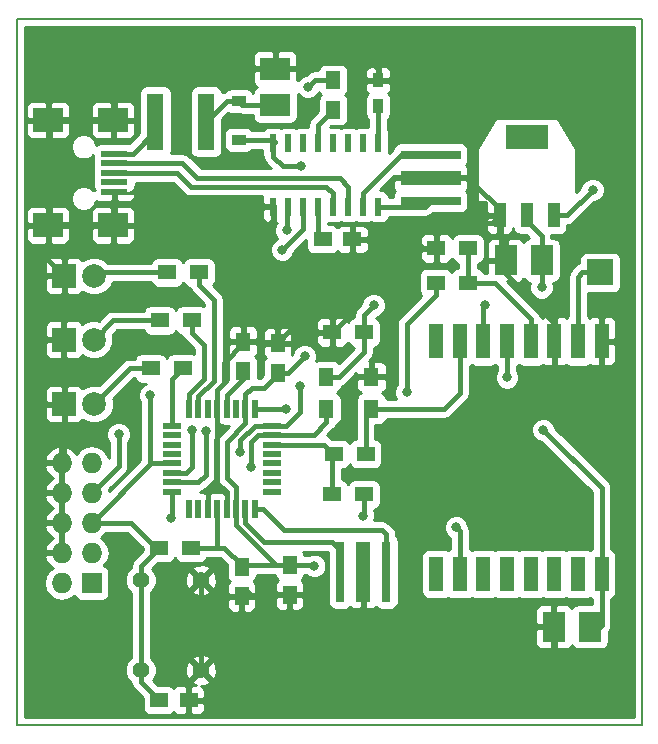
<source format=gtl>
G04 #@! TF.FileFunction,Copper,L1,Top,Signal*
%FSLAX46Y46*%
G04 Gerber Fmt 4.6, Leading zero omitted, Abs format (unit mm)*
G04 Created by KiCad (PCBNEW 4.0.2+e4-6225~38~ubuntu14.04.1-stable) date Thu 16 Jun 2016 02:30:14 PM EEST*
%MOMM*%
G01*
G04 APERTURE LIST*
%ADD10C,0.100000*%
%ADD11C,0.150000*%
%ADD12C,4.500000*%
%ADD13R,1.500000X1.250000*%
%ADD14R,2.301240X0.500380*%
%ADD15R,2.499360X1.998980*%
%ADD16R,1.250000X1.500000*%
%ADD17R,1.950720X2.499360*%
%ADD18R,1.727200X1.727200*%
%ADD19O,1.727200X1.727200*%
%ADD20R,0.550000X1.600000*%
%ADD21R,1.600000X0.550000*%
%ADD22R,2.235200X2.235200*%
%ADD23R,1.500000X1.300000*%
%ADD24R,1.300000X1.500000*%
%ADD25C,1.397000*%
%ADD26R,1.200000X3.000000*%
%ADD27R,0.600000X1.500000*%
%ADD28R,3.657600X2.032000*%
%ADD29R,1.016000X2.032000*%
%ADD30R,2.000000X2.000000*%
%ADD31C,2.000000*%
%ADD32R,1.460000X4.840000*%
%ADD33R,0.900000X1.200000*%
%ADD34R,1.220000X0.910000*%
%ADD35R,0.800000X5.100000*%
%ADD36R,1.300000X5.100000*%
%ADD37R,5.100000X0.800000*%
%ADD38R,5.100000X1.300000*%
%ADD39R,2.499360X1.950720*%
%ADD40C,0.800000*%
%ADD41C,0.400000*%
%ADD42C,0.254000*%
G04 APERTURE END LIST*
D10*
D11*
X113792000Y-57023000D02*
X113919000Y-57023000D01*
X113792000Y-116840000D02*
X113792000Y-57023000D01*
X166751000Y-116840000D02*
X113792000Y-116840000D01*
X166751000Y-57023000D02*
X166751000Y-116840000D01*
X113919000Y-57023000D02*
X166751000Y-57023000D01*
D12*
X116890800Y-113792000D03*
X163652200Y-113842800D03*
X163652200Y-60121800D03*
D13*
X139720000Y-75692000D03*
X142220000Y-75692000D03*
D14*
X122067320Y-68440300D03*
X122067320Y-69240400D03*
X122067320Y-70040500D03*
X122067320Y-70840600D03*
X122067320Y-71640700D03*
D15*
X121968260Y-65590420D03*
X116469160Y-65590420D03*
X121968260Y-74490580D03*
X116469160Y-74490580D03*
D16*
X136906000Y-103271000D03*
X136906000Y-105771000D03*
X135890000Y-84475000D03*
X135890000Y-86975000D03*
X132842000Y-105898000D03*
X132842000Y-103398000D03*
X132969000Y-84348000D03*
X132969000Y-86848000D03*
D13*
X128351600Y-114706400D03*
X125851600Y-114706400D03*
D17*
X158242000Y-77470000D03*
X155194000Y-77470000D03*
D18*
X120142000Y-104775000D03*
D19*
X117602000Y-104775000D03*
X120142000Y-102235000D03*
X117602000Y-102235000D03*
X120142000Y-99695000D03*
X117602000Y-99695000D03*
X120142000Y-97155000D03*
X117602000Y-97155000D03*
X120142000Y-94615000D03*
X117602000Y-94615000D03*
D20*
X128372981Y-98513095D03*
X129172981Y-98513095D03*
X129972981Y-98513095D03*
X130772981Y-98513095D03*
X131572981Y-98513095D03*
X132372981Y-98513095D03*
X133172981Y-98513095D03*
X133972981Y-98513095D03*
D21*
X135422981Y-97063095D03*
X135422981Y-96263095D03*
X135422981Y-95463095D03*
X135422981Y-94663095D03*
X135422981Y-93863095D03*
X135422981Y-93063095D03*
X135422981Y-92263095D03*
X135422981Y-91463095D03*
D20*
X133972981Y-90013095D03*
X133172981Y-90013095D03*
X132372981Y-90013095D03*
X131572981Y-90013095D03*
X130772981Y-90013095D03*
X129972981Y-90013095D03*
X129172981Y-90013095D03*
X128372981Y-90013095D03*
D21*
X126922981Y-91463095D03*
X126922981Y-92263095D03*
X126922981Y-93063095D03*
X126922981Y-93863095D03*
X126922981Y-94663095D03*
X126922981Y-95463095D03*
X126922981Y-96263095D03*
X126922981Y-97063095D03*
D22*
X163195000Y-78486000D03*
D23*
X128553200Y-101803200D03*
X125853200Y-101803200D03*
D24*
X140030800Y-87336674D03*
X140030800Y-90036674D03*
D23*
X143209000Y-83566000D03*
X140509000Y-83566000D03*
X143336000Y-93853000D03*
X140636000Y-93853000D03*
D24*
X143840800Y-90036674D03*
X143840800Y-87336674D03*
D23*
X140509000Y-97282000D03*
X143209000Y-97282000D03*
D25*
X124307600Y-104546400D03*
X129387600Y-104546400D03*
X124307600Y-112166400D03*
X129387600Y-112166400D03*
D26*
X149321000Y-104016000D03*
X151321000Y-104016000D03*
X153321000Y-104016000D03*
X155321000Y-104016000D03*
X157321000Y-104016000D03*
X159321000Y-104016000D03*
X161321000Y-104016000D03*
X163321000Y-104016000D03*
X163321000Y-84316000D03*
X161321000Y-84316000D03*
X159321000Y-84316000D03*
X157321000Y-84316000D03*
X155321000Y-84316000D03*
X153321000Y-84316000D03*
X151321000Y-84316000D03*
X149321000Y-84316000D03*
D27*
X135509000Y-72931000D03*
X136779000Y-72931000D03*
X138049000Y-72931000D03*
X139319000Y-72931000D03*
X140589000Y-72931000D03*
X141859000Y-72931000D03*
X143129000Y-72931000D03*
X144399000Y-72931000D03*
X144399000Y-67531000D03*
X143129000Y-67531000D03*
X141859000Y-67531000D03*
X140589000Y-67531000D03*
X139319000Y-67531000D03*
X138049000Y-67531000D03*
X136779000Y-67531000D03*
X135509000Y-67531000D03*
D28*
X156972000Y-67056000D03*
D29*
X156972000Y-73660000D03*
X159258000Y-73660000D03*
X154686000Y-73660000D03*
D30*
X117830600Y-78790800D03*
D31*
X120370600Y-78790800D03*
D30*
X117805200Y-84175600D03*
D31*
X120345200Y-84175600D03*
D30*
X117830600Y-89636600D03*
D31*
X120370600Y-89636600D03*
D23*
X126539000Y-78486000D03*
X129239000Y-78486000D03*
X125904000Y-82550000D03*
X128604000Y-82550000D03*
X125142000Y-86614000D03*
X127842000Y-86614000D03*
D32*
X125548500Y-65722500D03*
X129848500Y-65722500D03*
D16*
X140589000Y-62199200D03*
X140589000Y-64699200D03*
D33*
X144399000Y-62230000D03*
X144399000Y-64430000D03*
D23*
X151972000Y-79375000D03*
X149272000Y-79375000D03*
X152019000Y-76454000D03*
X149319000Y-76454000D03*
D34*
X132588000Y-67246500D03*
X132588000Y-63976500D03*
D35*
X145104400Y-103835200D03*
D36*
X143154400Y-103835200D03*
D35*
X141204400Y-103835200D03*
D37*
X148844000Y-68535000D03*
D38*
X148844000Y-70485000D03*
D37*
X148844000Y-72435000D03*
D39*
X135686800Y-64287400D03*
X135686800Y-61239400D03*
D17*
X162331400Y-108483400D03*
X159283400Y-108483400D03*
D12*
X116789200Y-60096400D03*
D40*
X138988800Y-103327200D03*
X143129000Y-99074380D03*
X137896600Y-69519800D03*
X162560000Y-71501000D03*
X138176000Y-85598000D03*
X158241996Y-79756000D03*
X158369000Y-91821000D03*
X136652000Y-74930000D03*
X128651000Y-91821000D03*
X129793996Y-91936990D03*
X136272404Y-76582404D03*
X138455400Y-62788800D03*
X125095000Y-88900000D03*
X133604000Y-94996000D03*
X146812000Y-88646000D03*
X122428000Y-92202000D03*
X136585706Y-90054416D03*
X155321000Y-87376018D03*
X132715000Y-93726006D03*
X137795000Y-88138000D03*
X126874404Y-99315404D03*
X151003000Y-100076000D03*
X144018000Y-81280000D03*
X153416000Y-81280000D03*
D41*
X129703200Y-101803200D02*
X130772981Y-101803200D01*
X130772981Y-101803200D02*
X130772981Y-98513095D01*
X132842000Y-103398000D02*
X132842000Y-103273000D01*
X132842000Y-103273000D02*
X131372200Y-101803200D01*
X131372200Y-101803200D02*
X129703200Y-101803200D01*
X128553200Y-101803200D02*
X129703200Y-101803200D01*
X138932600Y-103271000D02*
X138988800Y-103327200D01*
X136906000Y-103271000D02*
X138932600Y-103271000D01*
X143209000Y-98994380D02*
X143129000Y-99074380D01*
X143209000Y-97282000D02*
X143209000Y-98994380D01*
X135765919Y-103271000D02*
X132372981Y-99878062D01*
X135881000Y-103271000D02*
X135765919Y-103271000D01*
X132372981Y-99878062D02*
X132372981Y-98513095D01*
X136347800Y-69519800D02*
X137896600Y-69519800D01*
X135509000Y-67531000D02*
X135509000Y-68681000D01*
X135509000Y-68681000D02*
X136347800Y-69519800D01*
X132588000Y-67246500D02*
X135224500Y-67246500D01*
X135224500Y-67246500D02*
X135509000Y-67531000D01*
X160401000Y-73660000D02*
X162560000Y-71501000D01*
X159258000Y-73660000D02*
X160401000Y-73660000D01*
X135890000Y-86975000D02*
X135890000Y-87100000D01*
X135890000Y-87100000D02*
X134725000Y-88265000D01*
X134725000Y-88265000D02*
X133721076Y-88265000D01*
X133721076Y-88265000D02*
X133172981Y-88813095D01*
X133172981Y-88813095D02*
X133172981Y-90013095D01*
X135636000Y-67404000D02*
X135509000Y-67531000D01*
X132842000Y-103398000D02*
X132989000Y-103251000D01*
X132989000Y-103251000D02*
X135861000Y-103251000D01*
X135861000Y-103251000D02*
X135881000Y-103271000D01*
X135890000Y-86975000D02*
X136799000Y-86975000D01*
X136799000Y-86975000D02*
X138176000Y-85598000D01*
X132969000Y-103271000D02*
X132842000Y-103398000D01*
X132372981Y-98513095D02*
X132372981Y-96685981D01*
X132372981Y-96685981D02*
X131572000Y-95885000D01*
X131572000Y-95885000D02*
X131572000Y-92814076D01*
X133172981Y-91213095D02*
X133172981Y-90013095D01*
X131572000Y-92814076D02*
X133172981Y-91213095D01*
X136906000Y-103271000D02*
X135881000Y-103271000D01*
X159359600Y-110718600D02*
X147087800Y-110718600D01*
X147087800Y-110718600D02*
X143154400Y-106785200D01*
X163321000Y-86309200D02*
X164998400Y-87986600D01*
X163652200Y-110718600D02*
X159359600Y-110718600D01*
X164998400Y-87986600D02*
X164998400Y-109372400D01*
X164998400Y-109372400D02*
X163652200Y-110718600D01*
X159359600Y-110718600D02*
X159359600Y-109270800D01*
X122194320Y-71577200D02*
X122095260Y-71676260D01*
X122095260Y-71676260D02*
X122095260Y-74427080D01*
X116596160Y-74427080D02*
X116596160Y-65526920D01*
X122095260Y-74427080D02*
X116596160Y-74427080D01*
X116596160Y-65526920D02*
X122095260Y-65526920D01*
X122095260Y-65526920D02*
X122095260Y-63324740D01*
X124180600Y-61239400D02*
X135686800Y-61239400D01*
X122095260Y-63324740D02*
X124180600Y-61239400D01*
X135686800Y-61239400D02*
X137336480Y-61239400D01*
X137336480Y-61239400D02*
X138123880Y-60452000D01*
X138123880Y-60452000D02*
X143621000Y-60452000D01*
X117830600Y-89636600D02*
X117830600Y-94386400D01*
X117830600Y-94386400D02*
X117602000Y-94615000D01*
X117805200Y-84175600D02*
X117805200Y-89611200D01*
X117805200Y-89611200D02*
X117830600Y-89636600D01*
X117830600Y-78790800D02*
X117830600Y-84150200D01*
X117830600Y-84150200D02*
X117805200Y-84175600D01*
X116469160Y-74490580D02*
X116469160Y-77429360D01*
X116469160Y-77429360D02*
X117830600Y-78790800D01*
X163321000Y-86615000D02*
X163321000Y-86309200D01*
X163321000Y-86309200D02*
X163321000Y-84316000D01*
X154686000Y-73152000D02*
X152501600Y-70967600D01*
X152501600Y-70967600D02*
X152019000Y-70485000D01*
X147523200Y-62230000D02*
X152501600Y-67208400D01*
X152501600Y-67208400D02*
X152501600Y-70967600D01*
X144399000Y-62230000D02*
X147523200Y-62230000D01*
X129387600Y-112166400D02*
X129387600Y-104546400D01*
X128351600Y-114706400D02*
X128351600Y-113202400D01*
X128351600Y-113202400D02*
X129387600Y-112166400D01*
X137160000Y-105388000D02*
X137160000Y-105816400D01*
X137160000Y-105816400D02*
X133649400Y-105816400D01*
X133649400Y-105816400D02*
X133096000Y-105263000D01*
X129387600Y-104546400D02*
X130739200Y-105898000D01*
X130739200Y-105898000D02*
X132842000Y-105898000D01*
X149319000Y-76454000D02*
X149319000Y-75404000D01*
X149319000Y-75404000D02*
X150402600Y-74320400D01*
X150402600Y-74320400D02*
X154025600Y-74320400D01*
X154025600Y-74320400D02*
X154686000Y-73660000D01*
X142396000Y-107543600D02*
X139703600Y-107543600D01*
X139703600Y-107543600D02*
X137931000Y-105771000D01*
X137931000Y-105771000D02*
X136906000Y-105771000D01*
X143154400Y-103835200D02*
X143154400Y-106785200D01*
X143154400Y-106785200D02*
X142396000Y-107543600D01*
X142220000Y-75692000D02*
X145542000Y-75692000D01*
X145542000Y-75692000D02*
X147407000Y-75692000D01*
X145542000Y-84485474D02*
X145542000Y-75692000D01*
X147407000Y-75692000D02*
X148169000Y-76454000D01*
X154686000Y-73660000D02*
X154686000Y-73152000D01*
X152019000Y-70485000D02*
X148844000Y-70485000D01*
X143840800Y-87336674D02*
X143840800Y-86186674D01*
X143840800Y-86186674D02*
X145542000Y-84485474D01*
X149319000Y-76454000D02*
X148169000Y-76454000D01*
X154606000Y-73279000D02*
X154900000Y-72985000D01*
X154686000Y-73660000D02*
X154813000Y-73787000D01*
X154813000Y-73787000D02*
X154813000Y-77089000D01*
X154813000Y-77089000D02*
X155194000Y-77470000D01*
X144399000Y-62230000D02*
X144399000Y-61230000D01*
X144399000Y-61230000D02*
X143621000Y-60452000D01*
X130772981Y-90013095D02*
X130772981Y-88429019D01*
X130772981Y-88429019D02*
X131318000Y-87884000D01*
X131318000Y-87884000D02*
X131318000Y-86124000D01*
X131318000Y-86124000D02*
X132969000Y-84473000D01*
X132969000Y-84473000D02*
X132969000Y-84348000D01*
X135509000Y-72931000D02*
X135509000Y-74081000D01*
X135509000Y-74081000D02*
X132969000Y-76621000D01*
X132969000Y-76621000D02*
X132969000Y-84348000D01*
X140509000Y-83566000D02*
X136799000Y-83566000D01*
X136799000Y-83566000D02*
X135890000Y-84475000D01*
X140509000Y-83566000D02*
X140609000Y-83566000D01*
X140609000Y-83566000D02*
X142220000Y-81955000D01*
X142220000Y-81955000D02*
X142220000Y-75692000D01*
X117602000Y-94615000D02*
X117602000Y-97155000D01*
X117602000Y-99695000D02*
X117602000Y-97155000D01*
X117602000Y-102235000D02*
X117602000Y-99695000D01*
X131572981Y-98513095D02*
X131572981Y-97103019D01*
X131572981Y-97103019D02*
X130772981Y-96303019D01*
X130772981Y-90013095D02*
X130772981Y-96303019D01*
X130772981Y-96303019D02*
X129972981Y-97103019D01*
X129972981Y-97103019D02*
X129972981Y-98513095D01*
X155194000Y-78613000D02*
X159321000Y-82740000D01*
X159321000Y-82740000D02*
X159321000Y-84316000D01*
X159321000Y-84316000D02*
X159321000Y-86216000D01*
X159321000Y-86216000D02*
X160481000Y-87376000D01*
X160481000Y-87376000D02*
X162560000Y-87376000D01*
X162560000Y-87376000D02*
X163321000Y-86615000D01*
X132969000Y-84348000D02*
X135763000Y-84348000D01*
X135763000Y-84348000D02*
X135890000Y-84475000D01*
X147545000Y-70485000D02*
X148844000Y-70485000D01*
X163321000Y-104016000D02*
X163321000Y-108357400D01*
X163321000Y-108357400D02*
X162407600Y-109270800D01*
X156972000Y-73660000D02*
X156972000Y-74168000D01*
X156972000Y-74168000D02*
X158242000Y-75438000D01*
X158242000Y-75438000D02*
X158242000Y-77470000D01*
X158242000Y-79755996D02*
X158241996Y-79756000D01*
X158242000Y-77470000D02*
X158242000Y-79755996D01*
X163321000Y-104016000D02*
X163321000Y-96773000D01*
X163321000Y-96773000D02*
X158369000Y-91821000D01*
X122067320Y-69240400D02*
X127838200Y-69240400D01*
X127838200Y-69240400D02*
X129108200Y-70510400D01*
X129108200Y-70510400D02*
X141147800Y-70510400D01*
X141147800Y-70510400D02*
X141859000Y-71221600D01*
X141859000Y-71221600D02*
X141859000Y-72931000D01*
X140589000Y-72931000D02*
X140589000Y-71781000D01*
X140589000Y-71781000D02*
X140029600Y-71221600D01*
X140029600Y-71221600D02*
X128574800Y-71221600D01*
X128574800Y-71221600D02*
X127393700Y-70040500D01*
X127393700Y-70040500D02*
X122067320Y-70040500D01*
X136652000Y-74930000D02*
X136652000Y-73058000D01*
X136652000Y-73058000D02*
X136779000Y-72931000D01*
X126922981Y-95463095D02*
X128122981Y-95463095D01*
X128122981Y-95463095D02*
X128651000Y-94935076D01*
X128651000Y-94935076D02*
X128651000Y-91821000D01*
X129793996Y-95631004D02*
X129793996Y-91936990D01*
X129161905Y-96263095D02*
X129793996Y-95631004D01*
X126922981Y-96263095D02*
X129161905Y-96263095D01*
X138049000Y-74805808D02*
X136272404Y-76582404D01*
X138049000Y-72931000D02*
X138049000Y-74805808D01*
X122067320Y-68440300D02*
X123617940Y-68440300D01*
X123617940Y-68440300D02*
X125548500Y-66509740D01*
X125548500Y-66509740D02*
X125548500Y-65722500D01*
X139319000Y-72931000D02*
X139319000Y-75291000D01*
X139319000Y-75291000D02*
X139720000Y-75692000D01*
X132969000Y-87476964D02*
X132969000Y-86848000D01*
X131572981Y-88872983D02*
X132969000Y-87476964D01*
X131572981Y-90013095D02*
X131572981Y-88872983D01*
X139045000Y-62199200D02*
X138455400Y-62788800D01*
X140589000Y-62199200D02*
X139045000Y-62199200D01*
X124307600Y-104546400D02*
X124307600Y-112166400D01*
X125853200Y-101803200D02*
X125577600Y-101803200D01*
X125577600Y-101803200D02*
X123481000Y-99706600D01*
X123481000Y-99706600D02*
X123492600Y-99695000D01*
X123492600Y-99695000D02*
X120142000Y-99695000D01*
X124307600Y-104546400D02*
X124307600Y-103348800D01*
X124307600Y-103348800D02*
X125853200Y-101803200D01*
X124307600Y-112166400D02*
X124307600Y-113162400D01*
X124307600Y-113162400D02*
X125851600Y-114706400D01*
X125095000Y-94584190D02*
X125095000Y-88900000D01*
X125173905Y-94663095D02*
X125095000Y-94584190D01*
X126922981Y-94663095D02*
X125173905Y-94663095D01*
X125173905Y-94663095D02*
X120142000Y-99695000D01*
X133604000Y-94430315D02*
X133604000Y-94996000D01*
X133615002Y-94419313D02*
X133604000Y-94430315D01*
X133615002Y-92871074D02*
X133615002Y-94419313D01*
X135422981Y-92263095D02*
X134222981Y-92263095D01*
X134222981Y-92263095D02*
X133615002Y-92871074D01*
X140030800Y-90036674D02*
X140030800Y-91186674D01*
X140030800Y-91186674D02*
X138954379Y-92263095D01*
X138954379Y-92263095D02*
X135422981Y-92263095D01*
X146812000Y-82885000D02*
X146812000Y-88646000D01*
X149272000Y-80425000D02*
X146812000Y-82885000D01*
X149272000Y-79375000D02*
X149272000Y-80425000D01*
X122428000Y-94869000D02*
X122428000Y-92202000D01*
X120142000Y-97155000D02*
X122428000Y-94869000D01*
X133972981Y-90013095D02*
X136544385Y-90013095D01*
X136544385Y-90013095D02*
X136585706Y-90054416D01*
X155321000Y-84316000D02*
X155321000Y-87376018D01*
X132715000Y-92710000D02*
X132715000Y-93726006D01*
X133961905Y-91463095D02*
X132715000Y-92710000D01*
X135422981Y-91463095D02*
X133961905Y-91463095D01*
X137795000Y-90291076D02*
X137795000Y-88138000D01*
X136622981Y-91463095D02*
X137795000Y-90291076D01*
X135422981Y-91463095D02*
X136622981Y-91463095D01*
X133172981Y-98513095D02*
X133172981Y-99688097D01*
X133172981Y-99688097D02*
X134780084Y-101295200D01*
X134780084Y-101295200D02*
X140512800Y-101295200D01*
X140512800Y-101295200D02*
X141204400Y-101986800D01*
X141204400Y-101986800D02*
X141204400Y-103835200D01*
X133972981Y-98513095D02*
X134647981Y-98513095D01*
X134647981Y-98513095D02*
X136414086Y-100279200D01*
X136414086Y-100279200D02*
X144729200Y-100279200D01*
X144729200Y-100279200D02*
X145104400Y-100654400D01*
X145104400Y-100654400D02*
X145104400Y-103835200D01*
X135422981Y-93063095D02*
X139846095Y-93063095D01*
X139846095Y-93063095D02*
X140636000Y-93853000D01*
X140509000Y-97282000D02*
X140509000Y-93980000D01*
X140509000Y-93980000D02*
X140636000Y-93853000D01*
X126922981Y-99266827D02*
X126874404Y-99315404D01*
X126922981Y-97063095D02*
X126922981Y-99266827D01*
X151321000Y-104016000D02*
X151321000Y-100394000D01*
X151321000Y-100394000D02*
X151003000Y-100076000D01*
X161321000Y-84316000D02*
X161321000Y-78842400D01*
X161321000Y-78842400D02*
X161677400Y-78486000D01*
X161677400Y-78486000D02*
X163195000Y-78486000D01*
X143209000Y-82089000D02*
X144018000Y-81280000D01*
X143209000Y-83566000D02*
X143209000Y-82089000D01*
X153321000Y-81375000D02*
X153416000Y-81280000D01*
X153321000Y-84316000D02*
X153321000Y-81375000D01*
X140030800Y-87336674D02*
X141080800Y-87336674D01*
X141080800Y-87336674D02*
X143209000Y-85208474D01*
X143209000Y-85208474D02*
X143209000Y-83566000D01*
X151321000Y-84316000D02*
X151321000Y-88709000D01*
X151321000Y-88709000D02*
X149993326Y-90036674D01*
X149993326Y-90036674D02*
X143840800Y-90036674D01*
X143336000Y-93853000D02*
X143336000Y-90541474D01*
X143336000Y-90541474D02*
X143840800Y-90036674D01*
X143129000Y-72931000D02*
X143129000Y-71781000D01*
X143129000Y-71781000D02*
X146375000Y-68535000D01*
X146375000Y-68535000D02*
X148844000Y-68535000D01*
X144399000Y-72931000D02*
X148348000Y-72931000D01*
X148348000Y-72931000D02*
X148844000Y-72435000D01*
X130490989Y-87668975D02*
X129172981Y-88986983D01*
X130490989Y-80787989D02*
X130490989Y-87668975D01*
X129239000Y-78486000D02*
X129239000Y-79536000D01*
X129239000Y-79536000D02*
X130490989Y-80787989D01*
X129172981Y-88986983D02*
X129172981Y-90013095D01*
X128372981Y-90013095D02*
X128372981Y-88797019D01*
X128372981Y-88797019D02*
X129667000Y-87503000D01*
X129667000Y-87503000D02*
X129667000Y-84663000D01*
X129667000Y-84663000D02*
X128604000Y-83600000D01*
X128604000Y-83600000D02*
X128604000Y-82550000D01*
X126922981Y-91463095D02*
X126922981Y-87533019D01*
X126922981Y-87533019D02*
X127842000Y-86614000D01*
X139319000Y-67531000D02*
X139319000Y-65969200D01*
X139319000Y-65969200D02*
X140589000Y-64699200D01*
X144399000Y-67531000D02*
X144399000Y-64430000D01*
X157321000Y-84316000D02*
X157321000Y-82416000D01*
X157321000Y-82416000D02*
X154280000Y-79375000D01*
X154280000Y-79375000D02*
X151972000Y-79375000D01*
X152019000Y-76454000D02*
X152019000Y-79328000D01*
X152019000Y-79328000D02*
X151972000Y-79375000D01*
X156972000Y-84665000D02*
X157321000Y-84316000D01*
X135686800Y-64287400D02*
X132898900Y-64287400D01*
X132898900Y-64287400D02*
X132588000Y-63976500D01*
X132588000Y-63976500D02*
X131594500Y-63976500D01*
X131594500Y-63976500D02*
X129848500Y-65722500D01*
X126539000Y-78486000D02*
X120675400Y-78486000D01*
X120675400Y-78486000D02*
X120370600Y-78790800D01*
X126412000Y-78613000D02*
X126539000Y-78486000D01*
X125904000Y-82550000D02*
X121970800Y-82550000D01*
X121970800Y-82550000D02*
X120345200Y-84175600D01*
X125142000Y-86614000D02*
X123393200Y-86614000D01*
X123393200Y-86614000D02*
X120370600Y-89636600D01*
D42*
G36*
X166041000Y-116130000D02*
X114502000Y-116130000D01*
X114502000Y-104775000D01*
X116074041Y-104775000D01*
X116188115Y-105348489D01*
X116512971Y-105834670D01*
X116999152Y-106159526D01*
X117572641Y-106273600D01*
X117631359Y-106273600D01*
X118204848Y-106159526D01*
X118670442Y-105848426D01*
X118675238Y-105873917D01*
X118814310Y-106090041D01*
X119026510Y-106235031D01*
X119278400Y-106286040D01*
X121005600Y-106286040D01*
X121240917Y-106241762D01*
X121457041Y-106102690D01*
X121602031Y-105890490D01*
X121653040Y-105638600D01*
X121653040Y-103911400D01*
X121608762Y-103676083D01*
X121469690Y-103459959D01*
X121257490Y-103314969D01*
X121213869Y-103306136D01*
X121231029Y-103294670D01*
X121555885Y-102808489D01*
X121669959Y-102235000D01*
X121555885Y-101661511D01*
X121231029Y-101175330D01*
X120916248Y-100965000D01*
X121231029Y-100754670D01*
X121381149Y-100530000D01*
X123123532Y-100530000D01*
X124455760Y-101862228D01*
X124455760Y-102019772D01*
X123717166Y-102758366D01*
X123536161Y-103029259D01*
X123472600Y-103348800D01*
X123472600Y-103495734D01*
X123177773Y-103790047D01*
X122974332Y-104279987D01*
X122973869Y-104810486D01*
X123176454Y-105300780D01*
X123472600Y-105597443D01*
X123472600Y-111115734D01*
X123177773Y-111410047D01*
X122974332Y-111899987D01*
X122973869Y-112430486D01*
X123176454Y-112920780D01*
X123486273Y-113231140D01*
X123536161Y-113481941D01*
X123618487Y-113605150D01*
X123717166Y-113752834D01*
X124454160Y-114489828D01*
X124454160Y-115331400D01*
X124498438Y-115566717D01*
X124637510Y-115782841D01*
X124849710Y-115927831D01*
X125101600Y-115978840D01*
X126601600Y-115978840D01*
X126836917Y-115934562D01*
X127053041Y-115795490D01*
X127099569Y-115727394D01*
X127241902Y-115869727D01*
X127475291Y-115966400D01*
X128065850Y-115966400D01*
X128224600Y-115807650D01*
X128224600Y-114833400D01*
X128478600Y-114833400D01*
X128478600Y-115807650D01*
X128637350Y-115966400D01*
X129227909Y-115966400D01*
X129461298Y-115869727D01*
X129639927Y-115691099D01*
X129736600Y-115457710D01*
X129736600Y-114992150D01*
X129577850Y-114833400D01*
X128478600Y-114833400D01*
X128224600Y-114833400D01*
X128204600Y-114833400D01*
X128204600Y-114579400D01*
X128224600Y-114579400D01*
X128224600Y-113605150D01*
X128478600Y-113605150D01*
X128478600Y-114579400D01*
X129577850Y-114579400D01*
X129736600Y-114420650D01*
X129736600Y-113955090D01*
X129639927Y-113721701D01*
X129461298Y-113543073D01*
X129364809Y-113503106D01*
X129724799Y-113483548D01*
X130080529Y-113336200D01*
X130142183Y-113100588D01*
X129387600Y-112346005D01*
X128633017Y-113100588D01*
X128694671Y-113336200D01*
X129007769Y-113446400D01*
X128637350Y-113446400D01*
X128478600Y-113605150D01*
X128224600Y-113605150D01*
X128065850Y-113446400D01*
X127475291Y-113446400D01*
X127241902Y-113543073D01*
X127100664Y-113684310D01*
X127065690Y-113629959D01*
X126853490Y-113484969D01*
X126601600Y-113433960D01*
X125760028Y-113433960D01*
X125343042Y-113016974D01*
X125437427Y-112922753D01*
X125640868Y-112432813D01*
X125641268Y-111973880D01*
X128041673Y-111973880D01*
X128070452Y-112503599D01*
X128217800Y-112859329D01*
X128453412Y-112920983D01*
X129207995Y-112166400D01*
X129567205Y-112166400D01*
X130321788Y-112920983D01*
X130557400Y-112859329D01*
X130733527Y-112358920D01*
X130704748Y-111829201D01*
X130557400Y-111473471D01*
X130321788Y-111411817D01*
X129567205Y-112166400D01*
X129207995Y-112166400D01*
X128453412Y-111411817D01*
X128217800Y-111473471D01*
X128041673Y-111973880D01*
X125641268Y-111973880D01*
X125641331Y-111902314D01*
X125438746Y-111412020D01*
X125259252Y-111232212D01*
X128633017Y-111232212D01*
X129387600Y-111986795D01*
X130142183Y-111232212D01*
X130080529Y-110996600D01*
X129580120Y-110820473D01*
X129050401Y-110849252D01*
X128694671Y-110996600D01*
X128633017Y-111232212D01*
X125259252Y-111232212D01*
X125142600Y-111115357D01*
X125142600Y-108769150D01*
X157673040Y-108769150D01*
X157673040Y-109859390D01*
X157769713Y-110092779D01*
X157948342Y-110271407D01*
X158181731Y-110368080D01*
X158997650Y-110368080D01*
X159156400Y-110209330D01*
X159156400Y-108610400D01*
X157831790Y-108610400D01*
X157673040Y-108769150D01*
X125142600Y-108769150D01*
X125142600Y-106183750D01*
X131582000Y-106183750D01*
X131582000Y-106774309D01*
X131678673Y-107007698D01*
X131857301Y-107186327D01*
X132090690Y-107283000D01*
X132556250Y-107283000D01*
X132715000Y-107124250D01*
X132715000Y-106025000D01*
X132969000Y-106025000D01*
X132969000Y-107124250D01*
X133127750Y-107283000D01*
X133593310Y-107283000D01*
X133826699Y-107186327D01*
X134005327Y-107007698D01*
X134102000Y-106774309D01*
X134102000Y-106183750D01*
X133975000Y-106056750D01*
X135646000Y-106056750D01*
X135646000Y-106647309D01*
X135742673Y-106880698D01*
X135921301Y-107059327D01*
X136154690Y-107156000D01*
X136620250Y-107156000D01*
X136779000Y-106997250D01*
X136779000Y-105898000D01*
X137033000Y-105898000D01*
X137033000Y-106997250D01*
X137191750Y-107156000D01*
X137657310Y-107156000D01*
X137774616Y-107107410D01*
X157673040Y-107107410D01*
X157673040Y-108197650D01*
X157831790Y-108356400D01*
X159156400Y-108356400D01*
X159156400Y-106757470D01*
X158997650Y-106598720D01*
X158181731Y-106598720D01*
X157948342Y-106695393D01*
X157769713Y-106874021D01*
X157673040Y-107107410D01*
X137774616Y-107107410D01*
X137890699Y-107059327D01*
X138069327Y-106880698D01*
X138166000Y-106647309D01*
X138166000Y-106056750D01*
X138007250Y-105898000D01*
X137033000Y-105898000D01*
X136779000Y-105898000D01*
X135804750Y-105898000D01*
X135646000Y-106056750D01*
X133975000Y-106056750D01*
X133943250Y-106025000D01*
X132969000Y-106025000D01*
X132715000Y-106025000D01*
X131740750Y-106025000D01*
X131582000Y-106183750D01*
X125142600Y-106183750D01*
X125142600Y-105597066D01*
X125259281Y-105480588D01*
X128633017Y-105480588D01*
X128694671Y-105716200D01*
X129195080Y-105892327D01*
X129724799Y-105863548D01*
X130080529Y-105716200D01*
X130142183Y-105480588D01*
X129387600Y-104726005D01*
X128633017Y-105480588D01*
X125259281Y-105480588D01*
X125437427Y-105302753D01*
X125640868Y-104812813D01*
X125641268Y-104353880D01*
X128041673Y-104353880D01*
X128070452Y-104883599D01*
X128217800Y-105239329D01*
X128453412Y-105300983D01*
X129207995Y-104546400D01*
X129567205Y-104546400D01*
X130321788Y-105300983D01*
X130557400Y-105239329D01*
X130733527Y-104738920D01*
X130704748Y-104209201D01*
X130557400Y-103853471D01*
X130321788Y-103791817D01*
X129567205Y-104546400D01*
X129207995Y-104546400D01*
X128453412Y-103791817D01*
X128217800Y-103853471D01*
X128041673Y-104353880D01*
X125641268Y-104353880D01*
X125641331Y-104282314D01*
X125438746Y-103792020D01*
X125259252Y-103612212D01*
X128633017Y-103612212D01*
X129387600Y-104366795D01*
X130142183Y-103612212D01*
X130080529Y-103376600D01*
X129580120Y-103200473D01*
X129050401Y-103229252D01*
X128694671Y-103376600D01*
X128633017Y-103612212D01*
X125259252Y-103612212D01*
X125242169Y-103595100D01*
X125736629Y-103100640D01*
X126603200Y-103100640D01*
X126838517Y-103056362D01*
X127054641Y-102917290D01*
X127199631Y-102705090D01*
X127202281Y-102692003D01*
X127339110Y-102904641D01*
X127551310Y-103049631D01*
X127803200Y-103100640D01*
X129303200Y-103100640D01*
X129538517Y-103056362D01*
X129754641Y-102917290D01*
X129899631Y-102705090D01*
X129913177Y-102638200D01*
X131026332Y-102638200D01*
X131569560Y-103181428D01*
X131569560Y-104148000D01*
X131613838Y-104383317D01*
X131752910Y-104599441D01*
X131821006Y-104645969D01*
X131678673Y-104788302D01*
X131582000Y-105021691D01*
X131582000Y-105612250D01*
X131740750Y-105771000D01*
X132715000Y-105771000D01*
X132715000Y-105751000D01*
X132969000Y-105751000D01*
X132969000Y-105771000D01*
X133943250Y-105771000D01*
X134102000Y-105612250D01*
X134102000Y-105021691D01*
X134005327Y-104788302D01*
X133864090Y-104647064D01*
X133918441Y-104612090D01*
X134063431Y-104399890D01*
X134114440Y-104148000D01*
X134114440Y-104086000D01*
X135645791Y-104086000D01*
X135677838Y-104256317D01*
X135816910Y-104472441D01*
X135885006Y-104518969D01*
X135742673Y-104661302D01*
X135646000Y-104894691D01*
X135646000Y-105485250D01*
X135804750Y-105644000D01*
X136779000Y-105644000D01*
X136779000Y-105624000D01*
X137033000Y-105624000D01*
X137033000Y-105644000D01*
X138007250Y-105644000D01*
X138166000Y-105485250D01*
X138166000Y-104894691D01*
X138069327Y-104661302D01*
X137928090Y-104520064D01*
X137982441Y-104485090D01*
X138127431Y-104272890D01*
X138161227Y-104106000D01*
X138303806Y-104106000D01*
X138401754Y-104204119D01*
X138782023Y-104362020D01*
X139193771Y-104362379D01*
X139574315Y-104205142D01*
X139865719Y-103914246D01*
X140023620Y-103533977D01*
X140023979Y-103122229D01*
X139866742Y-102741685D01*
X139575846Y-102450281D01*
X139195577Y-102292380D01*
X138783829Y-102292021D01*
X138435372Y-102436000D01*
X138162446Y-102436000D01*
X138134162Y-102285683D01*
X138034111Y-102130200D01*
X140156960Y-102130200D01*
X140156960Y-106385200D01*
X140201238Y-106620517D01*
X140340310Y-106836641D01*
X140552510Y-106981631D01*
X140804400Y-107032640D01*
X141604400Y-107032640D01*
X141839717Y-106988362D01*
X142055841Y-106849290D01*
X142061777Y-106840602D01*
X142144702Y-106923527D01*
X142378091Y-107020200D01*
X142868650Y-107020200D01*
X143027400Y-106861450D01*
X143027400Y-103962200D01*
X143007400Y-103962200D01*
X143007400Y-103708200D01*
X143027400Y-103708200D01*
X143027400Y-103688200D01*
X143281400Y-103688200D01*
X143281400Y-103708200D01*
X143301400Y-103708200D01*
X143301400Y-103962200D01*
X143281400Y-103962200D01*
X143281400Y-106861450D01*
X143440150Y-107020200D01*
X143930709Y-107020200D01*
X144164098Y-106923527D01*
X144246652Y-106840974D01*
X144452510Y-106981631D01*
X144704400Y-107032640D01*
X145504400Y-107032640D01*
X145739717Y-106988362D01*
X145955841Y-106849290D01*
X146100831Y-106637090D01*
X146151840Y-106385200D01*
X146151840Y-102516000D01*
X148073560Y-102516000D01*
X148073560Y-105516000D01*
X148117838Y-105751317D01*
X148256910Y-105967441D01*
X148469110Y-106112431D01*
X148721000Y-106163440D01*
X149921000Y-106163440D01*
X150156317Y-106119162D01*
X150322477Y-106012241D01*
X150469110Y-106112431D01*
X150721000Y-106163440D01*
X151921000Y-106163440D01*
X152156317Y-106119162D01*
X152322477Y-106012241D01*
X152469110Y-106112431D01*
X152721000Y-106163440D01*
X153921000Y-106163440D01*
X154156317Y-106119162D01*
X154322477Y-106012241D01*
X154469110Y-106112431D01*
X154721000Y-106163440D01*
X155921000Y-106163440D01*
X156156317Y-106119162D01*
X156322477Y-106012241D01*
X156469110Y-106112431D01*
X156721000Y-106163440D01*
X157921000Y-106163440D01*
X158156317Y-106119162D01*
X158322477Y-106012241D01*
X158469110Y-106112431D01*
X158721000Y-106163440D01*
X159921000Y-106163440D01*
X160156317Y-106119162D01*
X160322477Y-106012241D01*
X160469110Y-106112431D01*
X160721000Y-106163440D01*
X161921000Y-106163440D01*
X162156317Y-106119162D01*
X162322477Y-106012241D01*
X162469110Y-106112431D01*
X162486000Y-106115851D01*
X162486000Y-106586280D01*
X161356040Y-106586280D01*
X161120723Y-106630558D01*
X160904599Y-106769630D01*
X160810744Y-106906992D01*
X160797087Y-106874021D01*
X160618458Y-106695393D01*
X160385069Y-106598720D01*
X159569150Y-106598720D01*
X159410400Y-106757470D01*
X159410400Y-108356400D01*
X159430400Y-108356400D01*
X159430400Y-108610400D01*
X159410400Y-108610400D01*
X159410400Y-110209330D01*
X159569150Y-110368080D01*
X160385069Y-110368080D01*
X160618458Y-110271407D01*
X160797087Y-110092779D01*
X160811118Y-110058905D01*
X160891950Y-110184521D01*
X161104150Y-110329511D01*
X161356040Y-110380520D01*
X163306760Y-110380520D01*
X163542077Y-110336242D01*
X163758201Y-110197170D01*
X163903191Y-109984970D01*
X163954200Y-109733080D01*
X163954200Y-108883830D01*
X164092440Y-108676940D01*
X164156000Y-108357400D01*
X164156000Y-106119222D01*
X164156317Y-106119162D01*
X164372441Y-105980090D01*
X164517431Y-105767890D01*
X164568440Y-105516000D01*
X164568440Y-102516000D01*
X164524162Y-102280683D01*
X164385090Y-102064559D01*
X164172890Y-101919569D01*
X164156000Y-101916149D01*
X164156000Y-96773000D01*
X164138691Y-96685981D01*
X164092440Y-96453460D01*
X163911434Y-96182566D01*
X159404127Y-91675259D01*
X159404179Y-91616029D01*
X159246942Y-91235485D01*
X158956046Y-90944081D01*
X158575777Y-90786180D01*
X158164029Y-90785821D01*
X157783485Y-90943058D01*
X157492081Y-91233954D01*
X157334180Y-91614223D01*
X157333821Y-92025971D01*
X157491058Y-92406515D01*
X157781954Y-92697919D01*
X158162223Y-92855820D01*
X158223005Y-92855873D01*
X162486000Y-97118868D01*
X162486000Y-101912778D01*
X162485683Y-101912838D01*
X162319523Y-102019759D01*
X162172890Y-101919569D01*
X161921000Y-101868560D01*
X160721000Y-101868560D01*
X160485683Y-101912838D01*
X160319523Y-102019759D01*
X160172890Y-101919569D01*
X159921000Y-101868560D01*
X158721000Y-101868560D01*
X158485683Y-101912838D01*
X158319523Y-102019759D01*
X158172890Y-101919569D01*
X157921000Y-101868560D01*
X156721000Y-101868560D01*
X156485683Y-101912838D01*
X156319523Y-102019759D01*
X156172890Y-101919569D01*
X155921000Y-101868560D01*
X154721000Y-101868560D01*
X154485683Y-101912838D01*
X154319523Y-102019759D01*
X154172890Y-101919569D01*
X153921000Y-101868560D01*
X152721000Y-101868560D01*
X152485683Y-101912838D01*
X152319523Y-102019759D01*
X152172890Y-101919569D01*
X152156000Y-101916149D01*
X152156000Y-100394000D01*
X152092439Y-100074459D01*
X152038073Y-99993094D01*
X152038179Y-99871029D01*
X151880942Y-99490485D01*
X151590046Y-99199081D01*
X151209777Y-99041180D01*
X150798029Y-99040821D01*
X150417485Y-99198058D01*
X150126081Y-99488954D01*
X149968180Y-99869223D01*
X149967821Y-100280971D01*
X150125058Y-100661515D01*
X150415954Y-100952919D01*
X150486000Y-100982005D01*
X150486000Y-101912778D01*
X150485683Y-101912838D01*
X150319523Y-102019759D01*
X150172890Y-101919569D01*
X149921000Y-101868560D01*
X148721000Y-101868560D01*
X148485683Y-101912838D01*
X148269559Y-102051910D01*
X148124569Y-102264110D01*
X148073560Y-102516000D01*
X146151840Y-102516000D01*
X146151840Y-101285200D01*
X146107562Y-101049883D01*
X145968490Y-100833759D01*
X145939400Y-100813883D01*
X145939400Y-100654400D01*
X145875839Y-100334859D01*
X145694834Y-100063966D01*
X145319634Y-99688766D01*
X145278717Y-99661426D01*
X145048741Y-99507761D01*
X144729200Y-99444200D01*
X144096119Y-99444200D01*
X144163820Y-99281157D01*
X144164179Y-98869409D01*
X144044000Y-98578553D01*
X144044000Y-98563446D01*
X144194317Y-98535162D01*
X144410441Y-98396090D01*
X144555431Y-98183890D01*
X144606440Y-97932000D01*
X144606440Y-96632000D01*
X144562162Y-96396683D01*
X144423090Y-96180559D01*
X144210890Y-96035569D01*
X143959000Y-95984560D01*
X142459000Y-95984560D01*
X142223683Y-96028838D01*
X142007559Y-96167910D01*
X141862569Y-96380110D01*
X141859919Y-96393197D01*
X141723090Y-96180559D01*
X141510890Y-96035569D01*
X141344000Y-96001773D01*
X141344000Y-95150440D01*
X141386000Y-95150440D01*
X141621317Y-95106162D01*
X141837441Y-94967090D01*
X141982431Y-94754890D01*
X141985081Y-94741803D01*
X142121910Y-94954441D01*
X142334110Y-95099431D01*
X142586000Y-95150440D01*
X144086000Y-95150440D01*
X144321317Y-95106162D01*
X144537441Y-94967090D01*
X144682431Y-94754890D01*
X144733440Y-94503000D01*
X144733440Y-93203000D01*
X144689162Y-92967683D01*
X144550090Y-92751559D01*
X144337890Y-92606569D01*
X144171000Y-92572773D01*
X144171000Y-91434114D01*
X144490800Y-91434114D01*
X144726117Y-91389836D01*
X144942241Y-91250764D01*
X145087231Y-91038564D01*
X145121027Y-90871674D01*
X149993326Y-90871674D01*
X150312867Y-90808113D01*
X150583760Y-90627108D01*
X151911434Y-89299434D01*
X152092440Y-89028540D01*
X152156000Y-88709000D01*
X152156000Y-86419222D01*
X152156317Y-86419162D01*
X152322477Y-86312241D01*
X152469110Y-86412431D01*
X152721000Y-86463440D01*
X153921000Y-86463440D01*
X154156317Y-86419162D01*
X154322477Y-86312241D01*
X154469110Y-86412431D01*
X154486000Y-86415851D01*
X154486000Y-86747126D01*
X154444081Y-86788972D01*
X154286180Y-87169241D01*
X154285821Y-87580989D01*
X154443058Y-87961533D01*
X154733954Y-88252937D01*
X155114223Y-88410838D01*
X155525971Y-88411197D01*
X155906515Y-88253960D01*
X156197919Y-87963064D01*
X156355820Y-87582795D01*
X156356179Y-87171047D01*
X156198942Y-86790503D01*
X156156000Y-86747486D01*
X156156000Y-86419222D01*
X156156317Y-86419162D01*
X156322477Y-86312241D01*
X156469110Y-86412431D01*
X156721000Y-86463440D01*
X157921000Y-86463440D01*
X158156317Y-86419162D01*
X158320492Y-86313518D01*
X158361301Y-86354327D01*
X158594690Y-86451000D01*
X159035250Y-86451000D01*
X159194000Y-86292250D01*
X159194000Y-84443000D01*
X159174000Y-84443000D01*
X159174000Y-84189000D01*
X159194000Y-84189000D01*
X159194000Y-82339750D01*
X159448000Y-82339750D01*
X159448000Y-84189000D01*
X159468000Y-84189000D01*
X159468000Y-84443000D01*
X159448000Y-84443000D01*
X159448000Y-86292250D01*
X159606750Y-86451000D01*
X160047310Y-86451000D01*
X160280699Y-86354327D01*
X160322660Y-86312366D01*
X160469110Y-86412431D01*
X160721000Y-86463440D01*
X161921000Y-86463440D01*
X162156317Y-86419162D01*
X162320492Y-86313518D01*
X162361301Y-86354327D01*
X162594690Y-86451000D01*
X163035250Y-86451000D01*
X163194000Y-86292250D01*
X163194000Y-84443000D01*
X163448000Y-84443000D01*
X163448000Y-86292250D01*
X163606750Y-86451000D01*
X164047310Y-86451000D01*
X164280699Y-86354327D01*
X164459327Y-86175698D01*
X164556000Y-85942309D01*
X164556000Y-84601750D01*
X164397250Y-84443000D01*
X163448000Y-84443000D01*
X163194000Y-84443000D01*
X163174000Y-84443000D01*
X163174000Y-84189000D01*
X163194000Y-84189000D01*
X163194000Y-82339750D01*
X163448000Y-82339750D01*
X163448000Y-84189000D01*
X164397250Y-84189000D01*
X164556000Y-84030250D01*
X164556000Y-82689691D01*
X164459327Y-82456302D01*
X164280699Y-82277673D01*
X164047310Y-82181000D01*
X163606750Y-82181000D01*
X163448000Y-82339750D01*
X163194000Y-82339750D01*
X163035250Y-82181000D01*
X162594690Y-82181000D01*
X162361301Y-82277673D01*
X162319340Y-82319634D01*
X162172890Y-82219569D01*
X162156000Y-82216149D01*
X162156000Y-80251040D01*
X164312600Y-80251040D01*
X164547917Y-80206762D01*
X164764041Y-80067690D01*
X164909031Y-79855490D01*
X164960040Y-79603600D01*
X164960040Y-77368400D01*
X164915762Y-77133083D01*
X164776690Y-76916959D01*
X164564490Y-76771969D01*
X164312600Y-76720960D01*
X162077400Y-76720960D01*
X161842083Y-76765238D01*
X161625959Y-76904310D01*
X161480969Y-77116510D01*
X161429960Y-77368400D01*
X161429960Y-77700219D01*
X161357860Y-77714560D01*
X161086966Y-77895566D01*
X160730566Y-78251966D01*
X160549561Y-78522859D01*
X160486000Y-78842400D01*
X160486000Y-82212778D01*
X160485683Y-82212838D01*
X160321508Y-82318482D01*
X160280699Y-82277673D01*
X160047310Y-82181000D01*
X159606750Y-82181000D01*
X159448000Y-82339750D01*
X159194000Y-82339750D01*
X159035250Y-82181000D01*
X158594690Y-82181000D01*
X158361301Y-82277673D01*
X158319340Y-82319634D01*
X158172890Y-82219569D01*
X158114578Y-82207761D01*
X158092439Y-82096459D01*
X157911434Y-81825566D01*
X155321002Y-79235134D01*
X155321002Y-79195932D01*
X155479750Y-79354680D01*
X156295669Y-79354680D01*
X156529058Y-79258007D01*
X156707687Y-79079379D01*
X156721718Y-79045505D01*
X156802550Y-79171121D01*
X157014750Y-79316111D01*
X157266640Y-79367120D01*
X157282792Y-79367120D01*
X157207176Y-79549223D01*
X157206817Y-79960971D01*
X157364054Y-80341515D01*
X157654950Y-80632919D01*
X158035219Y-80790820D01*
X158446967Y-80791179D01*
X158827511Y-80633942D01*
X159118915Y-80343046D01*
X159276816Y-79962777D01*
X159277175Y-79551029D01*
X159201186Y-79367120D01*
X159217360Y-79367120D01*
X159452677Y-79322842D01*
X159668801Y-79183770D01*
X159813791Y-78971570D01*
X159864800Y-78719680D01*
X159864800Y-76220320D01*
X159820522Y-75985003D01*
X159681450Y-75768879D01*
X159469250Y-75623889D01*
X159217360Y-75572880D01*
X159077000Y-75572880D01*
X159077000Y-75438000D01*
X159054212Y-75323440D01*
X159766000Y-75323440D01*
X160001317Y-75279162D01*
X160217441Y-75140090D01*
X160362431Y-74927890D01*
X160413440Y-74676000D01*
X160413440Y-74492526D01*
X160720541Y-74431439D01*
X160991434Y-74250434D01*
X162705741Y-72536127D01*
X162764971Y-72536179D01*
X163145515Y-72378942D01*
X163436919Y-72088046D01*
X163594820Y-71707777D01*
X163595179Y-71296029D01*
X163437942Y-70915485D01*
X163147046Y-70624081D01*
X162766777Y-70466180D01*
X162355029Y-70465821D01*
X161974485Y-70623058D01*
X161683081Y-70913954D01*
X161525180Y-71294223D01*
X161525127Y-71355005D01*
X161163000Y-71717132D01*
X161163000Y-68072000D01*
X161144902Y-68006659D01*
X159620902Y-65466659D01*
X159603035Y-65443447D01*
X159561410Y-65415006D01*
X159512000Y-65405000D01*
X158862231Y-65405000D01*
X158800800Y-65392560D01*
X155143200Y-65392560D01*
X155077087Y-65405000D01*
X154432000Y-65405000D01*
X154402903Y-65408378D01*
X154357100Y-65429438D01*
X154323098Y-65466659D01*
X152799098Y-68006659D01*
X152781000Y-68072000D01*
X152781000Y-72390000D01*
X152789685Y-72436159D01*
X152816965Y-72478553D01*
X152858590Y-72506994D01*
X152908000Y-72517000D01*
X153543286Y-72517000D01*
X153543000Y-72517690D01*
X153543000Y-73374250D01*
X153701750Y-73533000D01*
X154559000Y-73533000D01*
X154559000Y-73513000D01*
X154813000Y-73513000D01*
X154813000Y-73533000D01*
X154833000Y-73533000D01*
X154833000Y-73787000D01*
X154813000Y-73787000D01*
X154813000Y-75152250D01*
X154971750Y-75311000D01*
X155320309Y-75311000D01*
X155553698Y-75214327D01*
X155732327Y-75035699D01*
X155829000Y-74802310D01*
X155829000Y-74742113D01*
X155860838Y-74911317D01*
X155999910Y-75127441D01*
X156212110Y-75272431D01*
X156464000Y-75323440D01*
X156946572Y-75323440D01*
X157207197Y-75584065D01*
X157031323Y-75617158D01*
X156815199Y-75756230D01*
X156721344Y-75893592D01*
X156707687Y-75860621D01*
X156529058Y-75681993D01*
X156295669Y-75585320D01*
X155479750Y-75585320D01*
X155321000Y-75744070D01*
X155321000Y-77343000D01*
X155341000Y-77343000D01*
X155341000Y-77597000D01*
X155321000Y-77597000D01*
X155321000Y-77617000D01*
X155067000Y-77617000D01*
X155067000Y-77597000D01*
X153742390Y-77597000D01*
X153583640Y-77755750D01*
X153583640Y-78540000D01*
X153334630Y-78540000D01*
X153325162Y-78489683D01*
X153186090Y-78273559D01*
X152973890Y-78128569D01*
X152854000Y-78104291D01*
X152854000Y-77735446D01*
X153004317Y-77707162D01*
X153220441Y-77568090D01*
X153365431Y-77355890D01*
X153416440Y-77104000D01*
X153416440Y-76094010D01*
X153583640Y-76094010D01*
X153583640Y-77184250D01*
X153742390Y-77343000D01*
X155067000Y-77343000D01*
X155067000Y-75744070D01*
X154908250Y-75585320D01*
X154092331Y-75585320D01*
X153858942Y-75681993D01*
X153680313Y-75860621D01*
X153583640Y-76094010D01*
X153416440Y-76094010D01*
X153416440Y-75804000D01*
X153372162Y-75568683D01*
X153233090Y-75352559D01*
X153020890Y-75207569D01*
X152769000Y-75156560D01*
X151269000Y-75156560D01*
X151033683Y-75200838D01*
X150817559Y-75339910D01*
X150672569Y-75552110D01*
X150665809Y-75585490D01*
X150607327Y-75444301D01*
X150428698Y-75265673D01*
X150195309Y-75169000D01*
X149604750Y-75169000D01*
X149446000Y-75327750D01*
X149446000Y-76327000D01*
X149466000Y-76327000D01*
X149466000Y-76581000D01*
X149446000Y-76581000D01*
X149446000Y-77580250D01*
X149604750Y-77739000D01*
X150195309Y-77739000D01*
X150428698Y-77642327D01*
X150607327Y-77463699D01*
X150663654Y-77327713D01*
X150665838Y-77339317D01*
X150804910Y-77555441D01*
X151017110Y-77700431D01*
X151184000Y-77734227D01*
X151184000Y-78084710D01*
X150986683Y-78121838D01*
X150770559Y-78260910D01*
X150625569Y-78473110D01*
X150622919Y-78486197D01*
X150486090Y-78273559D01*
X150273890Y-78128569D01*
X150022000Y-78077560D01*
X148522000Y-78077560D01*
X148286683Y-78121838D01*
X148070559Y-78260910D01*
X147925569Y-78473110D01*
X147874560Y-78725000D01*
X147874560Y-80025000D01*
X147918838Y-80260317D01*
X148050777Y-80465355D01*
X146221566Y-82294566D01*
X146040561Y-82565459D01*
X145977000Y-82885000D01*
X145977000Y-88017108D01*
X145935081Y-88058954D01*
X145777180Y-88439223D01*
X145776821Y-88850971D01*
X145921728Y-89201674D01*
X145122246Y-89201674D01*
X145093962Y-89051357D01*
X144954890Y-88835233D01*
X144742690Y-88690243D01*
X144709310Y-88683483D01*
X144850499Y-88625001D01*
X145029127Y-88446372D01*
X145125800Y-88212983D01*
X145125800Y-87622424D01*
X144967050Y-87463674D01*
X143967800Y-87463674D01*
X143967800Y-87483674D01*
X143713800Y-87483674D01*
X143713800Y-87463674D01*
X142714550Y-87463674D01*
X142555800Y-87622424D01*
X142555800Y-88212983D01*
X142652473Y-88446372D01*
X142831101Y-88625001D01*
X142967087Y-88681328D01*
X142955483Y-88683512D01*
X142739359Y-88822584D01*
X142594369Y-89034784D01*
X142543360Y-89286674D01*
X142543360Y-90328517D01*
X142501000Y-90541474D01*
X142501000Y-92571554D01*
X142350683Y-92599838D01*
X142134559Y-92738910D01*
X141989569Y-92951110D01*
X141986919Y-92964197D01*
X141850090Y-92751559D01*
X141637890Y-92606569D01*
X141386000Y-92555560D01*
X140519428Y-92555560D01*
X140436529Y-92472661D01*
X140338217Y-92406971D01*
X140165636Y-92291656D01*
X140116466Y-92281876D01*
X140621234Y-91777108D01*
X140647302Y-91738095D01*
X140802239Y-91506215D01*
X140821860Y-91407572D01*
X140916117Y-91389836D01*
X141132241Y-91250764D01*
X141277231Y-91038564D01*
X141328240Y-90786674D01*
X141328240Y-89286674D01*
X141283962Y-89051357D01*
X141144890Y-88835233D01*
X140932690Y-88690243D01*
X140919603Y-88687593D01*
X141132241Y-88550764D01*
X141277231Y-88338564D01*
X141320690Y-88123957D01*
X141400341Y-88108113D01*
X141671234Y-87927108D01*
X142555800Y-87042542D01*
X142555800Y-87050924D01*
X142714550Y-87209674D01*
X143713800Y-87209674D01*
X143713800Y-86110424D01*
X143967800Y-86110424D01*
X143967800Y-87209674D01*
X144967050Y-87209674D01*
X145125800Y-87050924D01*
X145125800Y-86460365D01*
X145029127Y-86226976D01*
X144850499Y-86048347D01*
X144617110Y-85951674D01*
X144126550Y-85951674D01*
X143967800Y-86110424D01*
X143713800Y-86110424D01*
X143600859Y-85997483D01*
X143799434Y-85798908D01*
X143846357Y-85728683D01*
X143980439Y-85528015D01*
X144044000Y-85208474D01*
X144044000Y-84847446D01*
X144194317Y-84819162D01*
X144410441Y-84680090D01*
X144555431Y-84467890D01*
X144606440Y-84216000D01*
X144606440Y-82916000D01*
X144562162Y-82680683D01*
X144423090Y-82464559D01*
X144210890Y-82319569D01*
X144189066Y-82315149D01*
X144222971Y-82315179D01*
X144603515Y-82157942D01*
X144894919Y-81867046D01*
X145052820Y-81486777D01*
X145053179Y-81075029D01*
X144895942Y-80694485D01*
X144605046Y-80403081D01*
X144224777Y-80245180D01*
X143813029Y-80244821D01*
X143432485Y-80402058D01*
X143141081Y-80692954D01*
X142983180Y-81073223D01*
X142983127Y-81134005D01*
X142618566Y-81498566D01*
X142437561Y-81769459D01*
X142374000Y-82089000D01*
X142374000Y-82284554D01*
X142223683Y-82312838D01*
X142007559Y-82451910D01*
X141862569Y-82664110D01*
X141855809Y-82697490D01*
X141797327Y-82556301D01*
X141618698Y-82377673D01*
X141385309Y-82281000D01*
X140794750Y-82281000D01*
X140636000Y-82439750D01*
X140636000Y-83439000D01*
X140656000Y-83439000D01*
X140656000Y-83693000D01*
X140636000Y-83693000D01*
X140636000Y-84692250D01*
X140794750Y-84851000D01*
X141385309Y-84851000D01*
X141618698Y-84754327D01*
X141797327Y-84575699D01*
X141853654Y-84439713D01*
X141855838Y-84451317D01*
X141994910Y-84667441D01*
X142207110Y-84812431D01*
X142374000Y-84846227D01*
X142374000Y-84862606D01*
X141119037Y-86117569D01*
X140932690Y-85990243D01*
X140680800Y-85939234D01*
X139380800Y-85939234D01*
X139145483Y-85983512D01*
X139133365Y-85991310D01*
X139210820Y-85804777D01*
X139211179Y-85393029D01*
X139053942Y-85012485D01*
X138763046Y-84721081D01*
X138382777Y-84563180D01*
X137971029Y-84562821D01*
X137590485Y-84720058D01*
X137299081Y-85010954D01*
X137141180Y-85391223D01*
X137141127Y-85452005D01*
X137085071Y-85508061D01*
X137150000Y-85351309D01*
X137150000Y-84760750D01*
X136991250Y-84602000D01*
X136017000Y-84602000D01*
X136017000Y-84622000D01*
X135763000Y-84622000D01*
X135763000Y-84602000D01*
X134788750Y-84602000D01*
X134630000Y-84760750D01*
X134630000Y-85351309D01*
X134726673Y-85584698D01*
X134867910Y-85725936D01*
X134813559Y-85760910D01*
X134668569Y-85973110D01*
X134617560Y-86225000D01*
X134617560Y-87191572D01*
X134379132Y-87430000D01*
X134241440Y-87430000D01*
X134241440Y-86098000D01*
X134197162Y-85862683D01*
X134058090Y-85646559D01*
X133989994Y-85600031D01*
X134132327Y-85457698D01*
X134229000Y-85224309D01*
X134229000Y-84633750D01*
X134070250Y-84475000D01*
X133096000Y-84475000D01*
X133096000Y-84495000D01*
X132842000Y-84495000D01*
X132842000Y-84475000D01*
X131867750Y-84475000D01*
X131709000Y-84633750D01*
X131709000Y-85224309D01*
X131805673Y-85457698D01*
X131946910Y-85598936D01*
X131892559Y-85633910D01*
X131747569Y-85846110D01*
X131696560Y-86098000D01*
X131696560Y-87568536D01*
X131233931Y-88031165D01*
X131262429Y-87988515D01*
X131325989Y-87668975D01*
X131325989Y-83471691D01*
X131709000Y-83471691D01*
X131709000Y-84062250D01*
X131867750Y-84221000D01*
X132842000Y-84221000D01*
X132842000Y-83121750D01*
X133096000Y-83121750D01*
X133096000Y-84221000D01*
X134070250Y-84221000D01*
X134229000Y-84062250D01*
X134229000Y-83598691D01*
X134630000Y-83598691D01*
X134630000Y-84189250D01*
X134788750Y-84348000D01*
X135763000Y-84348000D01*
X135763000Y-83248750D01*
X136017000Y-83248750D01*
X136017000Y-84348000D01*
X136991250Y-84348000D01*
X137150000Y-84189250D01*
X137150000Y-83851750D01*
X139124000Y-83851750D01*
X139124000Y-84342310D01*
X139220673Y-84575699D01*
X139399302Y-84754327D01*
X139632691Y-84851000D01*
X140223250Y-84851000D01*
X140382000Y-84692250D01*
X140382000Y-83693000D01*
X139282750Y-83693000D01*
X139124000Y-83851750D01*
X137150000Y-83851750D01*
X137150000Y-83598691D01*
X137053327Y-83365302D01*
X136874699Y-83186673D01*
X136641310Y-83090000D01*
X136175750Y-83090000D01*
X136017000Y-83248750D01*
X135763000Y-83248750D01*
X135604250Y-83090000D01*
X135138690Y-83090000D01*
X134905301Y-83186673D01*
X134726673Y-83365302D01*
X134630000Y-83598691D01*
X134229000Y-83598691D01*
X134229000Y-83471691D01*
X134132327Y-83238302D01*
X133953699Y-83059673D01*
X133720310Y-82963000D01*
X133254750Y-82963000D01*
X133096000Y-83121750D01*
X132842000Y-83121750D01*
X132683250Y-82963000D01*
X132217690Y-82963000D01*
X131984301Y-83059673D01*
X131805673Y-83238302D01*
X131709000Y-83471691D01*
X131325989Y-83471691D01*
X131325989Y-82789690D01*
X139124000Y-82789690D01*
X139124000Y-83280250D01*
X139282750Y-83439000D01*
X140382000Y-83439000D01*
X140382000Y-82439750D01*
X140223250Y-82281000D01*
X139632691Y-82281000D01*
X139399302Y-82377673D01*
X139220673Y-82556301D01*
X139124000Y-82789690D01*
X131325989Y-82789690D01*
X131325989Y-80787989D01*
X131262428Y-80468448D01*
X131081423Y-80197555D01*
X130458105Y-79574237D01*
X130585431Y-79387890D01*
X130636440Y-79136000D01*
X130636440Y-77836000D01*
X130592162Y-77600683D01*
X130453090Y-77384559D01*
X130240890Y-77239569D01*
X129989000Y-77188560D01*
X128489000Y-77188560D01*
X128253683Y-77232838D01*
X128037559Y-77371910D01*
X127892569Y-77584110D01*
X127889919Y-77597197D01*
X127753090Y-77384559D01*
X127540890Y-77239569D01*
X127289000Y-77188560D01*
X125789000Y-77188560D01*
X125553683Y-77232838D01*
X125337559Y-77371910D01*
X125192569Y-77584110D01*
X125179023Y-77651000D01*
X121543012Y-77651000D01*
X121297963Y-77405522D01*
X120697248Y-77156084D01*
X120046805Y-77155516D01*
X119445657Y-77403906D01*
X119383403Y-77466051D01*
X119368927Y-77431102D01*
X119190299Y-77252473D01*
X118956910Y-77155800D01*
X118116350Y-77155800D01*
X117957600Y-77314550D01*
X117957600Y-78663800D01*
X117977600Y-78663800D01*
X117977600Y-78917800D01*
X117957600Y-78917800D01*
X117957600Y-80267050D01*
X118116350Y-80425800D01*
X118956910Y-80425800D01*
X119190299Y-80329127D01*
X119368927Y-80150498D01*
X119383230Y-80115966D01*
X119443237Y-80176078D01*
X120043952Y-80425516D01*
X120694395Y-80426084D01*
X121295543Y-80177694D01*
X121755878Y-79718163D01*
X121920794Y-79321000D01*
X125176370Y-79321000D01*
X125185838Y-79371317D01*
X125324910Y-79587441D01*
X125537110Y-79732431D01*
X125789000Y-79783440D01*
X127289000Y-79783440D01*
X127524317Y-79739162D01*
X127740441Y-79600090D01*
X127885431Y-79387890D01*
X127888081Y-79374803D01*
X128024910Y-79587441D01*
X128237110Y-79732431D01*
X128451717Y-79775890D01*
X128467561Y-79855541D01*
X128614557Y-80075536D01*
X128648566Y-80126434D01*
X129655989Y-81133857D01*
X129655989Y-81337800D01*
X129605890Y-81303569D01*
X129354000Y-81252560D01*
X127854000Y-81252560D01*
X127618683Y-81296838D01*
X127402559Y-81435910D01*
X127257569Y-81648110D01*
X127254919Y-81661197D01*
X127118090Y-81448559D01*
X126905890Y-81303569D01*
X126654000Y-81252560D01*
X125154000Y-81252560D01*
X124918683Y-81296838D01*
X124702559Y-81435910D01*
X124557569Y-81648110D01*
X124544023Y-81715000D01*
X121970800Y-81715000D01*
X121651260Y-81778560D01*
X121380366Y-81959566D01*
X120761727Y-82578205D01*
X120671848Y-82540884D01*
X120021405Y-82540316D01*
X119420257Y-82788706D01*
X119358003Y-82850851D01*
X119343527Y-82815902D01*
X119164899Y-82637273D01*
X118931510Y-82540600D01*
X118090950Y-82540600D01*
X117932200Y-82699350D01*
X117932200Y-84048600D01*
X117952200Y-84048600D01*
X117952200Y-84302600D01*
X117932200Y-84302600D01*
X117932200Y-85651850D01*
X118090950Y-85810600D01*
X118931510Y-85810600D01*
X119164899Y-85713927D01*
X119343527Y-85535298D01*
X119357830Y-85500766D01*
X119417837Y-85560878D01*
X120018552Y-85810316D01*
X120668995Y-85810884D01*
X121270143Y-85562494D01*
X121730478Y-85102963D01*
X121979916Y-84502248D01*
X121980484Y-83851805D01*
X121942293Y-83759375D01*
X122316668Y-83385000D01*
X124541370Y-83385000D01*
X124550838Y-83435317D01*
X124689910Y-83651441D01*
X124902110Y-83796431D01*
X125154000Y-83847440D01*
X126654000Y-83847440D01*
X126889317Y-83803162D01*
X127105441Y-83664090D01*
X127250431Y-83451890D01*
X127253081Y-83438803D01*
X127389910Y-83651441D01*
X127602110Y-83796431D01*
X127816717Y-83839890D01*
X127832561Y-83919541D01*
X127990848Y-84156434D01*
X128013566Y-84190434D01*
X128832000Y-85008868D01*
X128832000Y-85365161D01*
X128592000Y-85316560D01*
X127092000Y-85316560D01*
X126856683Y-85360838D01*
X126640559Y-85499910D01*
X126495569Y-85712110D01*
X126492919Y-85725197D01*
X126356090Y-85512559D01*
X126143890Y-85367569D01*
X125892000Y-85316560D01*
X124392000Y-85316560D01*
X124156683Y-85360838D01*
X123940559Y-85499910D01*
X123795569Y-85712110D01*
X123782023Y-85779000D01*
X123393200Y-85779000D01*
X123073659Y-85842561D01*
X122818579Y-86013000D01*
X122802766Y-86023566D01*
X120787127Y-88039205D01*
X120697248Y-88001884D01*
X120046805Y-88001316D01*
X119445657Y-88249706D01*
X119383403Y-88311851D01*
X119368927Y-88276902D01*
X119190299Y-88098273D01*
X118956910Y-88001600D01*
X118116350Y-88001600D01*
X117957600Y-88160350D01*
X117957600Y-89509600D01*
X117977600Y-89509600D01*
X117977600Y-89763600D01*
X117957600Y-89763600D01*
X117957600Y-91112850D01*
X118116350Y-91271600D01*
X118956910Y-91271600D01*
X119190299Y-91174927D01*
X119368927Y-90996298D01*
X119383230Y-90961766D01*
X119443237Y-91021878D01*
X120043952Y-91271316D01*
X120694395Y-91271884D01*
X121295543Y-91023494D01*
X121755878Y-90563963D01*
X122005316Y-89963248D01*
X122005884Y-89312805D01*
X121967693Y-89220375D01*
X123739068Y-87449000D01*
X123779370Y-87449000D01*
X123788838Y-87499317D01*
X123927910Y-87715441D01*
X124140110Y-87860431D01*
X124392000Y-87911440D01*
X124777202Y-87911440D01*
X124509485Y-88022058D01*
X124218081Y-88312954D01*
X124060180Y-88693223D01*
X124059821Y-89104971D01*
X124217058Y-89485515D01*
X124260000Y-89528532D01*
X124260000Y-94396132D01*
X121641949Y-97014183D01*
X121612373Y-96865495D01*
X123018434Y-95459434D01*
X123045324Y-95419190D01*
X123199439Y-95188541D01*
X123263000Y-94869000D01*
X123263000Y-92830892D01*
X123304919Y-92789046D01*
X123462820Y-92408777D01*
X123463179Y-91997029D01*
X123305942Y-91616485D01*
X123015046Y-91325081D01*
X122634777Y-91167180D01*
X122223029Y-91166821D01*
X121842485Y-91324058D01*
X121551081Y-91614954D01*
X121393180Y-91995223D01*
X121392821Y-92406971D01*
X121550058Y-92787515D01*
X121593000Y-92830532D01*
X121593000Y-94228101D01*
X121555885Y-94041511D01*
X121231029Y-93555330D01*
X120744848Y-93230474D01*
X120171359Y-93116400D01*
X120112641Y-93116400D01*
X119539152Y-93230474D01*
X119052971Y-93555330D01*
X118872008Y-93826161D01*
X118490490Y-93408179D01*
X117961027Y-93160032D01*
X117729000Y-93280531D01*
X117729000Y-94488000D01*
X117749000Y-94488000D01*
X117749000Y-94742000D01*
X117729000Y-94742000D01*
X117729000Y-97028000D01*
X117749000Y-97028000D01*
X117749000Y-97282000D01*
X117729000Y-97282000D01*
X117729000Y-99568000D01*
X117749000Y-99568000D01*
X117749000Y-99822000D01*
X117729000Y-99822000D01*
X117729000Y-102108000D01*
X117749000Y-102108000D01*
X117749000Y-102362000D01*
X117729000Y-102362000D01*
X117729000Y-102382000D01*
X117475000Y-102382000D01*
X117475000Y-102362000D01*
X116268183Y-102362000D01*
X116147042Y-102594026D01*
X116319312Y-103009947D01*
X116713510Y-103441821D01*
X116836228Y-103499336D01*
X116512971Y-103715330D01*
X116188115Y-104201511D01*
X116074041Y-104775000D01*
X114502000Y-104775000D01*
X114502000Y-100054026D01*
X116147042Y-100054026D01*
X116319312Y-100469947D01*
X116713510Y-100901821D01*
X116848313Y-100965000D01*
X116713510Y-101028179D01*
X116319312Y-101460053D01*
X116147042Y-101875974D01*
X116268183Y-102108000D01*
X117475000Y-102108000D01*
X117475000Y-99822000D01*
X116268183Y-99822000D01*
X116147042Y-100054026D01*
X114502000Y-100054026D01*
X114502000Y-97514026D01*
X116147042Y-97514026D01*
X116319312Y-97929947D01*
X116713510Y-98361821D01*
X116848313Y-98425000D01*
X116713510Y-98488179D01*
X116319312Y-98920053D01*
X116147042Y-99335974D01*
X116268183Y-99568000D01*
X117475000Y-99568000D01*
X117475000Y-97282000D01*
X116268183Y-97282000D01*
X116147042Y-97514026D01*
X114502000Y-97514026D01*
X114502000Y-94974026D01*
X116147042Y-94974026D01*
X116319312Y-95389947D01*
X116713510Y-95821821D01*
X116848313Y-95885000D01*
X116713510Y-95948179D01*
X116319312Y-96380053D01*
X116147042Y-96795974D01*
X116268183Y-97028000D01*
X117475000Y-97028000D01*
X117475000Y-94742000D01*
X116268183Y-94742000D01*
X116147042Y-94974026D01*
X114502000Y-94974026D01*
X114502000Y-94255974D01*
X116147042Y-94255974D01*
X116268183Y-94488000D01*
X117475000Y-94488000D01*
X117475000Y-93280531D01*
X117242973Y-93160032D01*
X116713510Y-93408179D01*
X116319312Y-93840053D01*
X116147042Y-94255974D01*
X114502000Y-94255974D01*
X114502000Y-89922350D01*
X116195600Y-89922350D01*
X116195600Y-90762909D01*
X116292273Y-90996298D01*
X116470901Y-91174927D01*
X116704290Y-91271600D01*
X117544850Y-91271600D01*
X117703600Y-91112850D01*
X117703600Y-89763600D01*
X116354350Y-89763600D01*
X116195600Y-89922350D01*
X114502000Y-89922350D01*
X114502000Y-88510291D01*
X116195600Y-88510291D01*
X116195600Y-89350850D01*
X116354350Y-89509600D01*
X117703600Y-89509600D01*
X117703600Y-88160350D01*
X117544850Y-88001600D01*
X116704290Y-88001600D01*
X116470901Y-88098273D01*
X116292273Y-88276902D01*
X116195600Y-88510291D01*
X114502000Y-88510291D01*
X114502000Y-84461350D01*
X116170200Y-84461350D01*
X116170200Y-85301909D01*
X116266873Y-85535298D01*
X116445501Y-85713927D01*
X116678890Y-85810600D01*
X117519450Y-85810600D01*
X117678200Y-85651850D01*
X117678200Y-84302600D01*
X116328950Y-84302600D01*
X116170200Y-84461350D01*
X114502000Y-84461350D01*
X114502000Y-83049291D01*
X116170200Y-83049291D01*
X116170200Y-83889850D01*
X116328950Y-84048600D01*
X117678200Y-84048600D01*
X117678200Y-82699350D01*
X117519450Y-82540600D01*
X116678890Y-82540600D01*
X116445501Y-82637273D01*
X116266873Y-82815902D01*
X116170200Y-83049291D01*
X114502000Y-83049291D01*
X114502000Y-79076550D01*
X116195600Y-79076550D01*
X116195600Y-79917109D01*
X116292273Y-80150498D01*
X116470901Y-80329127D01*
X116704290Y-80425800D01*
X117544850Y-80425800D01*
X117703600Y-80267050D01*
X117703600Y-78917800D01*
X116354350Y-78917800D01*
X116195600Y-79076550D01*
X114502000Y-79076550D01*
X114502000Y-77664491D01*
X116195600Y-77664491D01*
X116195600Y-78505050D01*
X116354350Y-78663800D01*
X117703600Y-78663800D01*
X117703600Y-77314550D01*
X117544850Y-77155800D01*
X116704290Y-77155800D01*
X116470901Y-77252473D01*
X116292273Y-77431102D01*
X116195600Y-77664491D01*
X114502000Y-77664491D01*
X114502000Y-74776330D01*
X114584480Y-74776330D01*
X114584480Y-75616380D01*
X114681153Y-75849769D01*
X114859782Y-76028397D01*
X115093171Y-76125070D01*
X116183410Y-76125070D01*
X116342160Y-75966320D01*
X116342160Y-74617580D01*
X116596160Y-74617580D01*
X116596160Y-75966320D01*
X116754910Y-76125070D01*
X117845149Y-76125070D01*
X118078538Y-76028397D01*
X118257167Y-75849769D01*
X118353840Y-75616380D01*
X118353840Y-74776330D01*
X120083580Y-74776330D01*
X120083580Y-75616380D01*
X120180253Y-75849769D01*
X120358882Y-76028397D01*
X120592271Y-76125070D01*
X121682510Y-76125070D01*
X121841260Y-75966320D01*
X121841260Y-74617580D01*
X122095260Y-74617580D01*
X122095260Y-75966320D01*
X122254010Y-76125070D01*
X123344249Y-76125070D01*
X123577638Y-76028397D01*
X123756267Y-75849769D01*
X123852940Y-75616380D01*
X123852940Y-74776330D01*
X123694190Y-74617580D01*
X122095260Y-74617580D01*
X121841260Y-74617580D01*
X120242330Y-74617580D01*
X120083580Y-74776330D01*
X118353840Y-74776330D01*
X118195090Y-74617580D01*
X116596160Y-74617580D01*
X116342160Y-74617580D01*
X114743230Y-74617580D01*
X114584480Y-74776330D01*
X114502000Y-74776330D01*
X114502000Y-73364780D01*
X114584480Y-73364780D01*
X114584480Y-74204830D01*
X114743230Y-74363580D01*
X116342160Y-74363580D01*
X116342160Y-73014840D01*
X116596160Y-73014840D01*
X116596160Y-74363580D01*
X118195090Y-74363580D01*
X118353840Y-74204830D01*
X118353840Y-73364780D01*
X120083580Y-73364780D01*
X120083580Y-74204830D01*
X120242330Y-74363580D01*
X121841260Y-74363580D01*
X121841260Y-73014840D01*
X122095260Y-73014840D01*
X122095260Y-74363580D01*
X123694190Y-74363580D01*
X123852940Y-74204830D01*
X123852940Y-73364780D01*
X123791624Y-73216750D01*
X134574000Y-73216750D01*
X134574000Y-73807309D01*
X134670673Y-74040698D01*
X134849301Y-74219327D01*
X135082690Y-74316000D01*
X135223250Y-74316000D01*
X135382000Y-74157250D01*
X135382000Y-73058000D01*
X134732750Y-73058000D01*
X134574000Y-73216750D01*
X123791624Y-73216750D01*
X123756267Y-73131391D01*
X123577638Y-72952763D01*
X123344249Y-72856090D01*
X122254010Y-72856090D01*
X122095260Y-73014840D01*
X121841260Y-73014840D01*
X121682510Y-72856090D01*
X120592271Y-72856090D01*
X120358882Y-72952763D01*
X120180253Y-73131391D01*
X120083580Y-73364780D01*
X118353840Y-73364780D01*
X118257167Y-73131391D01*
X118078538Y-72952763D01*
X117845149Y-72856090D01*
X116754910Y-72856090D01*
X116596160Y-73014840D01*
X116342160Y-73014840D01*
X116183410Y-72856090D01*
X115093171Y-72856090D01*
X114859782Y-72952763D01*
X114681153Y-73131391D01*
X114584480Y-73364780D01*
X114502000Y-73364780D01*
X114502000Y-68055650D01*
X118384132Y-68055650D01*
X118548902Y-68454423D01*
X118853733Y-68759786D01*
X119252217Y-68925251D01*
X119683690Y-68925628D01*
X120082463Y-68760858D01*
X120269260Y-68574386D01*
X120269260Y-68690490D01*
X120298493Y-68845852D01*
X120269260Y-68990210D01*
X120269260Y-69490590D01*
X120298493Y-69645952D01*
X120269260Y-69790310D01*
X120269260Y-70290690D01*
X120298493Y-70446052D01*
X120269260Y-70590410D01*
X120269260Y-71090790D01*
X120295583Y-71230684D01*
X120281700Y-71264200D01*
X120281700Y-71356855D01*
X120426500Y-71501655D01*
X120434249Y-71513698D01*
X120281700Y-71513698D01*
X120281700Y-71519192D01*
X120084067Y-71321214D01*
X119685583Y-71155749D01*
X119254110Y-71155372D01*
X118855337Y-71320142D01*
X118549974Y-71624973D01*
X118384509Y-72023457D01*
X118384132Y-72454930D01*
X118548902Y-72853703D01*
X118853733Y-73159066D01*
X119252217Y-73324531D01*
X119683690Y-73324908D01*
X120082463Y-73160138D01*
X120387826Y-72855307D01*
X120553291Y-72456823D01*
X120553318Y-72425533D01*
X120557002Y-72429217D01*
X120790391Y-72525890D01*
X121781570Y-72525890D01*
X121940320Y-72367140D01*
X121940320Y-71765795D01*
X122194320Y-71765795D01*
X122194320Y-72367140D01*
X122353070Y-72525890D01*
X123344249Y-72525890D01*
X123577638Y-72429217D01*
X123756267Y-72250589D01*
X123852940Y-72017200D01*
X123852940Y-71924545D01*
X123694190Y-71765795D01*
X122194320Y-71765795D01*
X121940320Y-71765795D01*
X121920320Y-71765795D01*
X121920320Y-71738230D01*
X123217940Y-71738230D01*
X123453257Y-71693952D01*
X123669381Y-71554880D01*
X123700588Y-71509207D01*
X123852940Y-71356855D01*
X123852940Y-71264200D01*
X123837710Y-71227431D01*
X123865380Y-71090790D01*
X123865380Y-70875500D01*
X127047832Y-70875500D01*
X127984366Y-71812034D01*
X128255260Y-71993040D01*
X128574800Y-72056600D01*
X134574000Y-72056600D01*
X134574000Y-72645250D01*
X134732750Y-72804000D01*
X135382000Y-72804000D01*
X135382000Y-72784000D01*
X135636000Y-72784000D01*
X135636000Y-72804000D01*
X135656000Y-72804000D01*
X135656000Y-73058000D01*
X135636000Y-73058000D01*
X135636000Y-74157250D01*
X135794750Y-74316000D01*
X135802082Y-74316000D01*
X135775081Y-74342954D01*
X135617180Y-74723223D01*
X135616821Y-75134971D01*
X135774058Y-75515515D01*
X135882140Y-75623786D01*
X135686889Y-75704462D01*
X135395485Y-75995358D01*
X135237584Y-76375627D01*
X135237225Y-76787375D01*
X135394462Y-77167919D01*
X135685358Y-77459323D01*
X136065627Y-77617224D01*
X136477375Y-77617583D01*
X136857919Y-77460346D01*
X137149323Y-77169450D01*
X137307224Y-76789181D01*
X137307277Y-76728399D01*
X138322560Y-75713116D01*
X138322560Y-76317000D01*
X138366838Y-76552317D01*
X138505910Y-76768441D01*
X138718110Y-76913431D01*
X138970000Y-76964440D01*
X140470000Y-76964440D01*
X140705317Y-76920162D01*
X140921441Y-76781090D01*
X140967969Y-76712994D01*
X141110302Y-76855327D01*
X141343691Y-76952000D01*
X141934250Y-76952000D01*
X142093000Y-76793250D01*
X142093000Y-75819000D01*
X142347000Y-75819000D01*
X142347000Y-76793250D01*
X142505750Y-76952000D01*
X143096309Y-76952000D01*
X143329698Y-76855327D01*
X143445275Y-76739750D01*
X147934000Y-76739750D01*
X147934000Y-77230310D01*
X148030673Y-77463699D01*
X148209302Y-77642327D01*
X148442691Y-77739000D01*
X149033250Y-77739000D01*
X149192000Y-77580250D01*
X149192000Y-76581000D01*
X148092750Y-76581000D01*
X147934000Y-76739750D01*
X143445275Y-76739750D01*
X143508327Y-76676699D01*
X143605000Y-76443310D01*
X143605000Y-75977750D01*
X143446250Y-75819000D01*
X142347000Y-75819000D01*
X142093000Y-75819000D01*
X142073000Y-75819000D01*
X142073000Y-75677690D01*
X147934000Y-75677690D01*
X147934000Y-76168250D01*
X148092750Y-76327000D01*
X149192000Y-76327000D01*
X149192000Y-75327750D01*
X149033250Y-75169000D01*
X148442691Y-75169000D01*
X148209302Y-75265673D01*
X148030673Y-75444301D01*
X147934000Y-75677690D01*
X142073000Y-75677690D01*
X142073000Y-75565000D01*
X142093000Y-75565000D01*
X142093000Y-74590750D01*
X142347000Y-74590750D01*
X142347000Y-75565000D01*
X143446250Y-75565000D01*
X143605000Y-75406250D01*
X143605000Y-74940690D01*
X143508327Y-74707301D01*
X143329698Y-74528673D01*
X143096309Y-74432000D01*
X142505750Y-74432000D01*
X142347000Y-74590750D01*
X142093000Y-74590750D01*
X141934250Y-74432000D01*
X141343691Y-74432000D01*
X141110302Y-74528673D01*
X140969064Y-74669910D01*
X140934090Y-74615559D01*
X140721890Y-74470569D01*
X140470000Y-74419560D01*
X140154000Y-74419560D01*
X140154000Y-74301102D01*
X140289000Y-74328440D01*
X140889000Y-74328440D01*
X141124317Y-74284162D01*
X141223528Y-74220322D01*
X141307110Y-74277431D01*
X141559000Y-74328440D01*
X142159000Y-74328440D01*
X142394317Y-74284162D01*
X142493528Y-74220322D01*
X142577110Y-74277431D01*
X142829000Y-74328440D01*
X143429000Y-74328440D01*
X143664317Y-74284162D01*
X143763528Y-74220322D01*
X143847110Y-74277431D01*
X144099000Y-74328440D01*
X144699000Y-74328440D01*
X144934317Y-74284162D01*
X145150441Y-74145090D01*
X145286644Y-73945750D01*
X153543000Y-73945750D01*
X153543000Y-74802310D01*
X153639673Y-75035699D01*
X153818302Y-75214327D01*
X154051691Y-75311000D01*
X154400250Y-75311000D01*
X154559000Y-75152250D01*
X154559000Y-73787000D01*
X153701750Y-73787000D01*
X153543000Y-73945750D01*
X145286644Y-73945750D01*
X145295431Y-73932890D01*
X145329227Y-73766000D01*
X148348000Y-73766000D01*
X148667541Y-73702439D01*
X148938434Y-73521434D01*
X148977428Y-73482440D01*
X151394000Y-73482440D01*
X151629317Y-73438162D01*
X151845441Y-73299090D01*
X151990431Y-73086890D01*
X152041440Y-72835000D01*
X152041440Y-72035000D01*
X151997162Y-71799683D01*
X151858090Y-71583559D01*
X151849402Y-71577623D01*
X151932327Y-71494698D01*
X152029000Y-71261309D01*
X152029000Y-70770750D01*
X151870250Y-70612000D01*
X148971000Y-70612000D01*
X148971000Y-70632000D01*
X148717000Y-70632000D01*
X148717000Y-70612000D01*
X145817750Y-70612000D01*
X145659000Y-70770750D01*
X145659000Y-71261309D01*
X145755673Y-71494698D01*
X145838226Y-71577252D01*
X145697569Y-71783110D01*
X145646560Y-72035000D01*
X145646560Y-72096000D01*
X145330446Y-72096000D01*
X145302162Y-71945683D01*
X145163090Y-71729559D01*
X144950890Y-71584569D01*
X144699000Y-71533560D01*
X144557308Y-71533560D01*
X145775309Y-70315559D01*
X145817750Y-70358000D01*
X148717000Y-70358000D01*
X148717000Y-70338000D01*
X148971000Y-70338000D01*
X148971000Y-70358000D01*
X151870250Y-70358000D01*
X152029000Y-70199250D01*
X152029000Y-69708691D01*
X151932327Y-69475302D01*
X151849774Y-69392748D01*
X151990431Y-69186890D01*
X152041440Y-68935000D01*
X152041440Y-68135000D01*
X151997162Y-67899683D01*
X151858090Y-67683559D01*
X151645890Y-67538569D01*
X151394000Y-67487560D01*
X146294000Y-67487560D01*
X146058683Y-67531838D01*
X145842559Y-67670910D01*
X145697569Y-67883110D01*
X145659873Y-68069259D01*
X145320618Y-68408514D01*
X145346440Y-68281000D01*
X145346440Y-66781000D01*
X145302162Y-66545683D01*
X145234000Y-66439756D01*
X145234000Y-65536844D01*
X145300441Y-65494090D01*
X145445431Y-65281890D01*
X145496440Y-65030000D01*
X145496440Y-63830000D01*
X145452162Y-63594683D01*
X145313090Y-63378559D01*
X145244994Y-63332031D01*
X145387327Y-63189698D01*
X145484000Y-62956309D01*
X145484000Y-62515750D01*
X145325250Y-62357000D01*
X144526000Y-62357000D01*
X144526000Y-62377000D01*
X144272000Y-62377000D01*
X144272000Y-62357000D01*
X143472750Y-62357000D01*
X143314000Y-62515750D01*
X143314000Y-62956309D01*
X143410673Y-63189698D01*
X143551910Y-63330936D01*
X143497559Y-63365910D01*
X143352569Y-63578110D01*
X143301560Y-63830000D01*
X143301560Y-65030000D01*
X143345838Y-65265317D01*
X143484910Y-65481441D01*
X143564000Y-65535481D01*
X143564000Y-66160898D01*
X143429000Y-66133560D01*
X142829000Y-66133560D01*
X142593683Y-66177838D01*
X142494472Y-66241678D01*
X142410890Y-66184569D01*
X142159000Y-66133560D01*
X141559000Y-66133560D01*
X141323683Y-66177838D01*
X141224472Y-66241678D01*
X141140890Y-66184569D01*
X140889000Y-66133560D01*
X140335508Y-66133560D01*
X140372428Y-66096640D01*
X141214000Y-66096640D01*
X141449317Y-66052362D01*
X141665441Y-65913290D01*
X141810431Y-65701090D01*
X141861440Y-65449200D01*
X141861440Y-63949200D01*
X141817162Y-63713883D01*
X141678090Y-63497759D01*
X141608289Y-63450066D01*
X141665441Y-63413290D01*
X141810431Y-63201090D01*
X141861440Y-62949200D01*
X141861440Y-61503691D01*
X143314000Y-61503691D01*
X143314000Y-61944250D01*
X143472750Y-62103000D01*
X144272000Y-62103000D01*
X144272000Y-61153750D01*
X144526000Y-61153750D01*
X144526000Y-62103000D01*
X145325250Y-62103000D01*
X145484000Y-61944250D01*
X145484000Y-61503691D01*
X145387327Y-61270302D01*
X145208699Y-61091673D01*
X144975310Y-60995000D01*
X144684750Y-60995000D01*
X144526000Y-61153750D01*
X144272000Y-61153750D01*
X144113250Y-60995000D01*
X143822690Y-60995000D01*
X143589301Y-61091673D01*
X143410673Y-61270302D01*
X143314000Y-61503691D01*
X141861440Y-61503691D01*
X141861440Y-61449200D01*
X141817162Y-61213883D01*
X141678090Y-60997759D01*
X141465890Y-60852769D01*
X141214000Y-60801760D01*
X139964000Y-60801760D01*
X139728683Y-60846038D01*
X139512559Y-60985110D01*
X139367569Y-61197310D01*
X139333773Y-61364200D01*
X139045000Y-61364200D01*
X138725459Y-61427761D01*
X138454566Y-61608766D01*
X138309659Y-61753673D01*
X138250429Y-61753621D01*
X137869885Y-61910858D01*
X137578481Y-62201754D01*
X137571480Y-62218614D01*
X137571480Y-61525150D01*
X137412730Y-61366400D01*
X135813800Y-61366400D01*
X135813800Y-61386400D01*
X135559800Y-61386400D01*
X135559800Y-61366400D01*
X133960870Y-61366400D01*
X133802120Y-61525150D01*
X133802120Y-62341069D01*
X133898793Y-62574458D01*
X134077421Y-62753087D01*
X134111295Y-62767118D01*
X133985679Y-62847950D01*
X133840689Y-63060150D01*
X133796411Y-63278800D01*
X133662090Y-63070059D01*
X133449890Y-62925069D01*
X133198000Y-62874060D01*
X131978000Y-62874060D01*
X131742683Y-62918338D01*
X131526559Y-63057410D01*
X131449379Y-63170366D01*
X131274959Y-63205061D01*
X131215128Y-63245039D01*
X131181662Y-63067183D01*
X131042590Y-62851059D01*
X130830390Y-62706069D01*
X130578500Y-62655060D01*
X129118500Y-62655060D01*
X128883183Y-62699338D01*
X128667059Y-62838410D01*
X128522069Y-63050610D01*
X128471060Y-63302500D01*
X128471060Y-68142500D01*
X128515338Y-68377817D01*
X128654410Y-68593941D01*
X128866610Y-68738931D01*
X129118500Y-68789940D01*
X130578500Y-68789940D01*
X130813817Y-68745662D01*
X131029941Y-68606590D01*
X131174931Y-68394390D01*
X131225940Y-68142500D01*
X131225940Y-65525928D01*
X131724819Y-65027049D01*
X131726110Y-65027931D01*
X131978000Y-65078940D01*
X132680413Y-65078940D01*
X132898900Y-65122400D01*
X133789680Y-65122400D01*
X133789680Y-65262760D01*
X133833958Y-65498077D01*
X133973030Y-65714201D01*
X134185230Y-65859191D01*
X134437120Y-65910200D01*
X136936480Y-65910200D01*
X137171797Y-65865922D01*
X137387921Y-65726850D01*
X137532911Y-65514650D01*
X137583920Y-65262760D01*
X137583920Y-63380788D01*
X137868354Y-63665719D01*
X138248623Y-63823620D01*
X138660371Y-63823979D01*
X139040915Y-63666742D01*
X139332319Y-63375846D01*
X139391791Y-63232620D01*
X139499910Y-63400641D01*
X139569711Y-63448334D01*
X139512559Y-63485110D01*
X139367569Y-63697310D01*
X139316560Y-63949200D01*
X139316560Y-64790772D01*
X138728566Y-65378766D01*
X138547561Y-65649659D01*
X138484000Y-65969200D01*
X138484000Y-66160898D01*
X138349000Y-66133560D01*
X137749000Y-66133560D01*
X137513683Y-66177838D01*
X137414472Y-66241678D01*
X137330890Y-66184569D01*
X137079000Y-66133560D01*
X136479000Y-66133560D01*
X136243683Y-66177838D01*
X136144472Y-66241678D01*
X136060890Y-66184569D01*
X135809000Y-66133560D01*
X135209000Y-66133560D01*
X134973683Y-66177838D01*
X134757559Y-66316910D01*
X134692928Y-66411500D01*
X133708061Y-66411500D01*
X133662090Y-66340059D01*
X133449890Y-66195069D01*
X133198000Y-66144060D01*
X131978000Y-66144060D01*
X131742683Y-66188338D01*
X131526559Y-66327410D01*
X131381569Y-66539610D01*
X131330560Y-66791500D01*
X131330560Y-67701500D01*
X131374838Y-67936817D01*
X131513910Y-68152941D01*
X131726110Y-68297931D01*
X131978000Y-68348940D01*
X133198000Y-68348940D01*
X133433317Y-68304662D01*
X133649441Y-68165590D01*
X133706897Y-68081500D01*
X134561560Y-68081500D01*
X134561560Y-68281000D01*
X134605838Y-68516317D01*
X134674000Y-68622244D01*
X134674000Y-68681000D01*
X134737561Y-69000541D01*
X134871009Y-69200260D01*
X134918566Y-69271434D01*
X135322532Y-69675400D01*
X129454068Y-69675400D01*
X128428634Y-68649966D01*
X128418031Y-68642881D01*
X128157741Y-68468961D01*
X127838200Y-68405400D01*
X126867408Y-68405400D01*
X126874931Y-68394390D01*
X126925940Y-68142500D01*
X126925940Y-63302500D01*
X126881662Y-63067183D01*
X126742590Y-62851059D01*
X126530390Y-62706069D01*
X126278500Y-62655060D01*
X124818500Y-62655060D01*
X124583183Y-62699338D01*
X124367059Y-62838410D01*
X124222069Y-63050610D01*
X124171060Y-63302500D01*
X124171060Y-66706312D01*
X123315039Y-67562333D01*
X123217940Y-67542670D01*
X120916700Y-67542670D01*
X120681383Y-67586948D01*
X120553630Y-67669155D01*
X120553668Y-67626070D01*
X120388898Y-67227297D01*
X120084067Y-66921934D01*
X119685583Y-66756469D01*
X119254110Y-66756092D01*
X118855337Y-66920862D01*
X118549974Y-67225693D01*
X118384509Y-67624177D01*
X118384132Y-68055650D01*
X114502000Y-68055650D01*
X114502000Y-65876170D01*
X114584480Y-65876170D01*
X114584480Y-66716220D01*
X114681153Y-66949609D01*
X114859782Y-67128237D01*
X115093171Y-67224910D01*
X116183410Y-67224910D01*
X116342160Y-67066160D01*
X116342160Y-65717420D01*
X116596160Y-65717420D01*
X116596160Y-67066160D01*
X116754910Y-67224910D01*
X117845149Y-67224910D01*
X118078538Y-67128237D01*
X118257167Y-66949609D01*
X118353840Y-66716220D01*
X118353840Y-65876170D01*
X120083580Y-65876170D01*
X120083580Y-66716220D01*
X120180253Y-66949609D01*
X120358882Y-67128237D01*
X120592271Y-67224910D01*
X121682510Y-67224910D01*
X121841260Y-67066160D01*
X121841260Y-65717420D01*
X122095260Y-65717420D01*
X122095260Y-67066160D01*
X122254010Y-67224910D01*
X123344249Y-67224910D01*
X123577638Y-67128237D01*
X123756267Y-66949609D01*
X123852940Y-66716220D01*
X123852940Y-65876170D01*
X123694190Y-65717420D01*
X122095260Y-65717420D01*
X121841260Y-65717420D01*
X120242330Y-65717420D01*
X120083580Y-65876170D01*
X118353840Y-65876170D01*
X118195090Y-65717420D01*
X116596160Y-65717420D01*
X116342160Y-65717420D01*
X114743230Y-65717420D01*
X114584480Y-65876170D01*
X114502000Y-65876170D01*
X114502000Y-64464620D01*
X114584480Y-64464620D01*
X114584480Y-65304670D01*
X114743230Y-65463420D01*
X116342160Y-65463420D01*
X116342160Y-64114680D01*
X116596160Y-64114680D01*
X116596160Y-65463420D01*
X118195090Y-65463420D01*
X118353840Y-65304670D01*
X118353840Y-64464620D01*
X120083580Y-64464620D01*
X120083580Y-65304670D01*
X120242330Y-65463420D01*
X121841260Y-65463420D01*
X121841260Y-64114680D01*
X122095260Y-64114680D01*
X122095260Y-65463420D01*
X123694190Y-65463420D01*
X123852940Y-65304670D01*
X123852940Y-64464620D01*
X123756267Y-64231231D01*
X123577638Y-64052603D01*
X123344249Y-63955930D01*
X122254010Y-63955930D01*
X122095260Y-64114680D01*
X121841260Y-64114680D01*
X121682510Y-63955930D01*
X120592271Y-63955930D01*
X120358882Y-64052603D01*
X120180253Y-64231231D01*
X120083580Y-64464620D01*
X118353840Y-64464620D01*
X118257167Y-64231231D01*
X118078538Y-64052603D01*
X117845149Y-63955930D01*
X116754910Y-63955930D01*
X116596160Y-64114680D01*
X116342160Y-64114680D01*
X116183410Y-63955930D01*
X115093171Y-63955930D01*
X114859782Y-64052603D01*
X114681153Y-64231231D01*
X114584480Y-64464620D01*
X114502000Y-64464620D01*
X114502000Y-60137731D01*
X133802120Y-60137731D01*
X133802120Y-60953650D01*
X133960870Y-61112400D01*
X135559800Y-61112400D01*
X135559800Y-59787790D01*
X135813800Y-59787790D01*
X135813800Y-61112400D01*
X137412730Y-61112400D01*
X137571480Y-60953650D01*
X137571480Y-60137731D01*
X137474807Y-59904342D01*
X137296179Y-59725713D01*
X137062790Y-59629040D01*
X135972550Y-59629040D01*
X135813800Y-59787790D01*
X135559800Y-59787790D01*
X135401050Y-59629040D01*
X134310810Y-59629040D01*
X134077421Y-59725713D01*
X133898793Y-59904342D01*
X133802120Y-60137731D01*
X114502000Y-60137731D01*
X114502000Y-57733000D01*
X166041000Y-57733000D01*
X166041000Y-116130000D01*
X166041000Y-116130000D01*
G37*
X166041000Y-116130000D02*
X114502000Y-116130000D01*
X114502000Y-104775000D01*
X116074041Y-104775000D01*
X116188115Y-105348489D01*
X116512971Y-105834670D01*
X116999152Y-106159526D01*
X117572641Y-106273600D01*
X117631359Y-106273600D01*
X118204848Y-106159526D01*
X118670442Y-105848426D01*
X118675238Y-105873917D01*
X118814310Y-106090041D01*
X119026510Y-106235031D01*
X119278400Y-106286040D01*
X121005600Y-106286040D01*
X121240917Y-106241762D01*
X121457041Y-106102690D01*
X121602031Y-105890490D01*
X121653040Y-105638600D01*
X121653040Y-103911400D01*
X121608762Y-103676083D01*
X121469690Y-103459959D01*
X121257490Y-103314969D01*
X121213869Y-103306136D01*
X121231029Y-103294670D01*
X121555885Y-102808489D01*
X121669959Y-102235000D01*
X121555885Y-101661511D01*
X121231029Y-101175330D01*
X120916248Y-100965000D01*
X121231029Y-100754670D01*
X121381149Y-100530000D01*
X123123532Y-100530000D01*
X124455760Y-101862228D01*
X124455760Y-102019772D01*
X123717166Y-102758366D01*
X123536161Y-103029259D01*
X123472600Y-103348800D01*
X123472600Y-103495734D01*
X123177773Y-103790047D01*
X122974332Y-104279987D01*
X122973869Y-104810486D01*
X123176454Y-105300780D01*
X123472600Y-105597443D01*
X123472600Y-111115734D01*
X123177773Y-111410047D01*
X122974332Y-111899987D01*
X122973869Y-112430486D01*
X123176454Y-112920780D01*
X123486273Y-113231140D01*
X123536161Y-113481941D01*
X123618487Y-113605150D01*
X123717166Y-113752834D01*
X124454160Y-114489828D01*
X124454160Y-115331400D01*
X124498438Y-115566717D01*
X124637510Y-115782841D01*
X124849710Y-115927831D01*
X125101600Y-115978840D01*
X126601600Y-115978840D01*
X126836917Y-115934562D01*
X127053041Y-115795490D01*
X127099569Y-115727394D01*
X127241902Y-115869727D01*
X127475291Y-115966400D01*
X128065850Y-115966400D01*
X128224600Y-115807650D01*
X128224600Y-114833400D01*
X128478600Y-114833400D01*
X128478600Y-115807650D01*
X128637350Y-115966400D01*
X129227909Y-115966400D01*
X129461298Y-115869727D01*
X129639927Y-115691099D01*
X129736600Y-115457710D01*
X129736600Y-114992150D01*
X129577850Y-114833400D01*
X128478600Y-114833400D01*
X128224600Y-114833400D01*
X128204600Y-114833400D01*
X128204600Y-114579400D01*
X128224600Y-114579400D01*
X128224600Y-113605150D01*
X128478600Y-113605150D01*
X128478600Y-114579400D01*
X129577850Y-114579400D01*
X129736600Y-114420650D01*
X129736600Y-113955090D01*
X129639927Y-113721701D01*
X129461298Y-113543073D01*
X129364809Y-113503106D01*
X129724799Y-113483548D01*
X130080529Y-113336200D01*
X130142183Y-113100588D01*
X129387600Y-112346005D01*
X128633017Y-113100588D01*
X128694671Y-113336200D01*
X129007769Y-113446400D01*
X128637350Y-113446400D01*
X128478600Y-113605150D01*
X128224600Y-113605150D01*
X128065850Y-113446400D01*
X127475291Y-113446400D01*
X127241902Y-113543073D01*
X127100664Y-113684310D01*
X127065690Y-113629959D01*
X126853490Y-113484969D01*
X126601600Y-113433960D01*
X125760028Y-113433960D01*
X125343042Y-113016974D01*
X125437427Y-112922753D01*
X125640868Y-112432813D01*
X125641268Y-111973880D01*
X128041673Y-111973880D01*
X128070452Y-112503599D01*
X128217800Y-112859329D01*
X128453412Y-112920983D01*
X129207995Y-112166400D01*
X129567205Y-112166400D01*
X130321788Y-112920983D01*
X130557400Y-112859329D01*
X130733527Y-112358920D01*
X130704748Y-111829201D01*
X130557400Y-111473471D01*
X130321788Y-111411817D01*
X129567205Y-112166400D01*
X129207995Y-112166400D01*
X128453412Y-111411817D01*
X128217800Y-111473471D01*
X128041673Y-111973880D01*
X125641268Y-111973880D01*
X125641331Y-111902314D01*
X125438746Y-111412020D01*
X125259252Y-111232212D01*
X128633017Y-111232212D01*
X129387600Y-111986795D01*
X130142183Y-111232212D01*
X130080529Y-110996600D01*
X129580120Y-110820473D01*
X129050401Y-110849252D01*
X128694671Y-110996600D01*
X128633017Y-111232212D01*
X125259252Y-111232212D01*
X125142600Y-111115357D01*
X125142600Y-108769150D01*
X157673040Y-108769150D01*
X157673040Y-109859390D01*
X157769713Y-110092779D01*
X157948342Y-110271407D01*
X158181731Y-110368080D01*
X158997650Y-110368080D01*
X159156400Y-110209330D01*
X159156400Y-108610400D01*
X157831790Y-108610400D01*
X157673040Y-108769150D01*
X125142600Y-108769150D01*
X125142600Y-106183750D01*
X131582000Y-106183750D01*
X131582000Y-106774309D01*
X131678673Y-107007698D01*
X131857301Y-107186327D01*
X132090690Y-107283000D01*
X132556250Y-107283000D01*
X132715000Y-107124250D01*
X132715000Y-106025000D01*
X132969000Y-106025000D01*
X132969000Y-107124250D01*
X133127750Y-107283000D01*
X133593310Y-107283000D01*
X133826699Y-107186327D01*
X134005327Y-107007698D01*
X134102000Y-106774309D01*
X134102000Y-106183750D01*
X133975000Y-106056750D01*
X135646000Y-106056750D01*
X135646000Y-106647309D01*
X135742673Y-106880698D01*
X135921301Y-107059327D01*
X136154690Y-107156000D01*
X136620250Y-107156000D01*
X136779000Y-106997250D01*
X136779000Y-105898000D01*
X137033000Y-105898000D01*
X137033000Y-106997250D01*
X137191750Y-107156000D01*
X137657310Y-107156000D01*
X137774616Y-107107410D01*
X157673040Y-107107410D01*
X157673040Y-108197650D01*
X157831790Y-108356400D01*
X159156400Y-108356400D01*
X159156400Y-106757470D01*
X158997650Y-106598720D01*
X158181731Y-106598720D01*
X157948342Y-106695393D01*
X157769713Y-106874021D01*
X157673040Y-107107410D01*
X137774616Y-107107410D01*
X137890699Y-107059327D01*
X138069327Y-106880698D01*
X138166000Y-106647309D01*
X138166000Y-106056750D01*
X138007250Y-105898000D01*
X137033000Y-105898000D01*
X136779000Y-105898000D01*
X135804750Y-105898000D01*
X135646000Y-106056750D01*
X133975000Y-106056750D01*
X133943250Y-106025000D01*
X132969000Y-106025000D01*
X132715000Y-106025000D01*
X131740750Y-106025000D01*
X131582000Y-106183750D01*
X125142600Y-106183750D01*
X125142600Y-105597066D01*
X125259281Y-105480588D01*
X128633017Y-105480588D01*
X128694671Y-105716200D01*
X129195080Y-105892327D01*
X129724799Y-105863548D01*
X130080529Y-105716200D01*
X130142183Y-105480588D01*
X129387600Y-104726005D01*
X128633017Y-105480588D01*
X125259281Y-105480588D01*
X125437427Y-105302753D01*
X125640868Y-104812813D01*
X125641268Y-104353880D01*
X128041673Y-104353880D01*
X128070452Y-104883599D01*
X128217800Y-105239329D01*
X128453412Y-105300983D01*
X129207995Y-104546400D01*
X129567205Y-104546400D01*
X130321788Y-105300983D01*
X130557400Y-105239329D01*
X130733527Y-104738920D01*
X130704748Y-104209201D01*
X130557400Y-103853471D01*
X130321788Y-103791817D01*
X129567205Y-104546400D01*
X129207995Y-104546400D01*
X128453412Y-103791817D01*
X128217800Y-103853471D01*
X128041673Y-104353880D01*
X125641268Y-104353880D01*
X125641331Y-104282314D01*
X125438746Y-103792020D01*
X125259252Y-103612212D01*
X128633017Y-103612212D01*
X129387600Y-104366795D01*
X130142183Y-103612212D01*
X130080529Y-103376600D01*
X129580120Y-103200473D01*
X129050401Y-103229252D01*
X128694671Y-103376600D01*
X128633017Y-103612212D01*
X125259252Y-103612212D01*
X125242169Y-103595100D01*
X125736629Y-103100640D01*
X126603200Y-103100640D01*
X126838517Y-103056362D01*
X127054641Y-102917290D01*
X127199631Y-102705090D01*
X127202281Y-102692003D01*
X127339110Y-102904641D01*
X127551310Y-103049631D01*
X127803200Y-103100640D01*
X129303200Y-103100640D01*
X129538517Y-103056362D01*
X129754641Y-102917290D01*
X129899631Y-102705090D01*
X129913177Y-102638200D01*
X131026332Y-102638200D01*
X131569560Y-103181428D01*
X131569560Y-104148000D01*
X131613838Y-104383317D01*
X131752910Y-104599441D01*
X131821006Y-104645969D01*
X131678673Y-104788302D01*
X131582000Y-105021691D01*
X131582000Y-105612250D01*
X131740750Y-105771000D01*
X132715000Y-105771000D01*
X132715000Y-105751000D01*
X132969000Y-105751000D01*
X132969000Y-105771000D01*
X133943250Y-105771000D01*
X134102000Y-105612250D01*
X134102000Y-105021691D01*
X134005327Y-104788302D01*
X133864090Y-104647064D01*
X133918441Y-104612090D01*
X134063431Y-104399890D01*
X134114440Y-104148000D01*
X134114440Y-104086000D01*
X135645791Y-104086000D01*
X135677838Y-104256317D01*
X135816910Y-104472441D01*
X135885006Y-104518969D01*
X135742673Y-104661302D01*
X135646000Y-104894691D01*
X135646000Y-105485250D01*
X135804750Y-105644000D01*
X136779000Y-105644000D01*
X136779000Y-105624000D01*
X137033000Y-105624000D01*
X137033000Y-105644000D01*
X138007250Y-105644000D01*
X138166000Y-105485250D01*
X138166000Y-104894691D01*
X138069327Y-104661302D01*
X137928090Y-104520064D01*
X137982441Y-104485090D01*
X138127431Y-104272890D01*
X138161227Y-104106000D01*
X138303806Y-104106000D01*
X138401754Y-104204119D01*
X138782023Y-104362020D01*
X139193771Y-104362379D01*
X139574315Y-104205142D01*
X139865719Y-103914246D01*
X140023620Y-103533977D01*
X140023979Y-103122229D01*
X139866742Y-102741685D01*
X139575846Y-102450281D01*
X139195577Y-102292380D01*
X138783829Y-102292021D01*
X138435372Y-102436000D01*
X138162446Y-102436000D01*
X138134162Y-102285683D01*
X138034111Y-102130200D01*
X140156960Y-102130200D01*
X140156960Y-106385200D01*
X140201238Y-106620517D01*
X140340310Y-106836641D01*
X140552510Y-106981631D01*
X140804400Y-107032640D01*
X141604400Y-107032640D01*
X141839717Y-106988362D01*
X142055841Y-106849290D01*
X142061777Y-106840602D01*
X142144702Y-106923527D01*
X142378091Y-107020200D01*
X142868650Y-107020200D01*
X143027400Y-106861450D01*
X143027400Y-103962200D01*
X143007400Y-103962200D01*
X143007400Y-103708200D01*
X143027400Y-103708200D01*
X143027400Y-103688200D01*
X143281400Y-103688200D01*
X143281400Y-103708200D01*
X143301400Y-103708200D01*
X143301400Y-103962200D01*
X143281400Y-103962200D01*
X143281400Y-106861450D01*
X143440150Y-107020200D01*
X143930709Y-107020200D01*
X144164098Y-106923527D01*
X144246652Y-106840974D01*
X144452510Y-106981631D01*
X144704400Y-107032640D01*
X145504400Y-107032640D01*
X145739717Y-106988362D01*
X145955841Y-106849290D01*
X146100831Y-106637090D01*
X146151840Y-106385200D01*
X146151840Y-102516000D01*
X148073560Y-102516000D01*
X148073560Y-105516000D01*
X148117838Y-105751317D01*
X148256910Y-105967441D01*
X148469110Y-106112431D01*
X148721000Y-106163440D01*
X149921000Y-106163440D01*
X150156317Y-106119162D01*
X150322477Y-106012241D01*
X150469110Y-106112431D01*
X150721000Y-106163440D01*
X151921000Y-106163440D01*
X152156317Y-106119162D01*
X152322477Y-106012241D01*
X152469110Y-106112431D01*
X152721000Y-106163440D01*
X153921000Y-106163440D01*
X154156317Y-106119162D01*
X154322477Y-106012241D01*
X154469110Y-106112431D01*
X154721000Y-106163440D01*
X155921000Y-106163440D01*
X156156317Y-106119162D01*
X156322477Y-106012241D01*
X156469110Y-106112431D01*
X156721000Y-106163440D01*
X157921000Y-106163440D01*
X158156317Y-106119162D01*
X158322477Y-106012241D01*
X158469110Y-106112431D01*
X158721000Y-106163440D01*
X159921000Y-106163440D01*
X160156317Y-106119162D01*
X160322477Y-106012241D01*
X160469110Y-106112431D01*
X160721000Y-106163440D01*
X161921000Y-106163440D01*
X162156317Y-106119162D01*
X162322477Y-106012241D01*
X162469110Y-106112431D01*
X162486000Y-106115851D01*
X162486000Y-106586280D01*
X161356040Y-106586280D01*
X161120723Y-106630558D01*
X160904599Y-106769630D01*
X160810744Y-106906992D01*
X160797087Y-106874021D01*
X160618458Y-106695393D01*
X160385069Y-106598720D01*
X159569150Y-106598720D01*
X159410400Y-106757470D01*
X159410400Y-108356400D01*
X159430400Y-108356400D01*
X159430400Y-108610400D01*
X159410400Y-108610400D01*
X159410400Y-110209330D01*
X159569150Y-110368080D01*
X160385069Y-110368080D01*
X160618458Y-110271407D01*
X160797087Y-110092779D01*
X160811118Y-110058905D01*
X160891950Y-110184521D01*
X161104150Y-110329511D01*
X161356040Y-110380520D01*
X163306760Y-110380520D01*
X163542077Y-110336242D01*
X163758201Y-110197170D01*
X163903191Y-109984970D01*
X163954200Y-109733080D01*
X163954200Y-108883830D01*
X164092440Y-108676940D01*
X164156000Y-108357400D01*
X164156000Y-106119222D01*
X164156317Y-106119162D01*
X164372441Y-105980090D01*
X164517431Y-105767890D01*
X164568440Y-105516000D01*
X164568440Y-102516000D01*
X164524162Y-102280683D01*
X164385090Y-102064559D01*
X164172890Y-101919569D01*
X164156000Y-101916149D01*
X164156000Y-96773000D01*
X164138691Y-96685981D01*
X164092440Y-96453460D01*
X163911434Y-96182566D01*
X159404127Y-91675259D01*
X159404179Y-91616029D01*
X159246942Y-91235485D01*
X158956046Y-90944081D01*
X158575777Y-90786180D01*
X158164029Y-90785821D01*
X157783485Y-90943058D01*
X157492081Y-91233954D01*
X157334180Y-91614223D01*
X157333821Y-92025971D01*
X157491058Y-92406515D01*
X157781954Y-92697919D01*
X158162223Y-92855820D01*
X158223005Y-92855873D01*
X162486000Y-97118868D01*
X162486000Y-101912778D01*
X162485683Y-101912838D01*
X162319523Y-102019759D01*
X162172890Y-101919569D01*
X161921000Y-101868560D01*
X160721000Y-101868560D01*
X160485683Y-101912838D01*
X160319523Y-102019759D01*
X160172890Y-101919569D01*
X159921000Y-101868560D01*
X158721000Y-101868560D01*
X158485683Y-101912838D01*
X158319523Y-102019759D01*
X158172890Y-101919569D01*
X157921000Y-101868560D01*
X156721000Y-101868560D01*
X156485683Y-101912838D01*
X156319523Y-102019759D01*
X156172890Y-101919569D01*
X155921000Y-101868560D01*
X154721000Y-101868560D01*
X154485683Y-101912838D01*
X154319523Y-102019759D01*
X154172890Y-101919569D01*
X153921000Y-101868560D01*
X152721000Y-101868560D01*
X152485683Y-101912838D01*
X152319523Y-102019759D01*
X152172890Y-101919569D01*
X152156000Y-101916149D01*
X152156000Y-100394000D01*
X152092439Y-100074459D01*
X152038073Y-99993094D01*
X152038179Y-99871029D01*
X151880942Y-99490485D01*
X151590046Y-99199081D01*
X151209777Y-99041180D01*
X150798029Y-99040821D01*
X150417485Y-99198058D01*
X150126081Y-99488954D01*
X149968180Y-99869223D01*
X149967821Y-100280971D01*
X150125058Y-100661515D01*
X150415954Y-100952919D01*
X150486000Y-100982005D01*
X150486000Y-101912778D01*
X150485683Y-101912838D01*
X150319523Y-102019759D01*
X150172890Y-101919569D01*
X149921000Y-101868560D01*
X148721000Y-101868560D01*
X148485683Y-101912838D01*
X148269559Y-102051910D01*
X148124569Y-102264110D01*
X148073560Y-102516000D01*
X146151840Y-102516000D01*
X146151840Y-101285200D01*
X146107562Y-101049883D01*
X145968490Y-100833759D01*
X145939400Y-100813883D01*
X145939400Y-100654400D01*
X145875839Y-100334859D01*
X145694834Y-100063966D01*
X145319634Y-99688766D01*
X145278717Y-99661426D01*
X145048741Y-99507761D01*
X144729200Y-99444200D01*
X144096119Y-99444200D01*
X144163820Y-99281157D01*
X144164179Y-98869409D01*
X144044000Y-98578553D01*
X144044000Y-98563446D01*
X144194317Y-98535162D01*
X144410441Y-98396090D01*
X144555431Y-98183890D01*
X144606440Y-97932000D01*
X144606440Y-96632000D01*
X144562162Y-96396683D01*
X144423090Y-96180559D01*
X144210890Y-96035569D01*
X143959000Y-95984560D01*
X142459000Y-95984560D01*
X142223683Y-96028838D01*
X142007559Y-96167910D01*
X141862569Y-96380110D01*
X141859919Y-96393197D01*
X141723090Y-96180559D01*
X141510890Y-96035569D01*
X141344000Y-96001773D01*
X141344000Y-95150440D01*
X141386000Y-95150440D01*
X141621317Y-95106162D01*
X141837441Y-94967090D01*
X141982431Y-94754890D01*
X141985081Y-94741803D01*
X142121910Y-94954441D01*
X142334110Y-95099431D01*
X142586000Y-95150440D01*
X144086000Y-95150440D01*
X144321317Y-95106162D01*
X144537441Y-94967090D01*
X144682431Y-94754890D01*
X144733440Y-94503000D01*
X144733440Y-93203000D01*
X144689162Y-92967683D01*
X144550090Y-92751559D01*
X144337890Y-92606569D01*
X144171000Y-92572773D01*
X144171000Y-91434114D01*
X144490800Y-91434114D01*
X144726117Y-91389836D01*
X144942241Y-91250764D01*
X145087231Y-91038564D01*
X145121027Y-90871674D01*
X149993326Y-90871674D01*
X150312867Y-90808113D01*
X150583760Y-90627108D01*
X151911434Y-89299434D01*
X152092440Y-89028540D01*
X152156000Y-88709000D01*
X152156000Y-86419222D01*
X152156317Y-86419162D01*
X152322477Y-86312241D01*
X152469110Y-86412431D01*
X152721000Y-86463440D01*
X153921000Y-86463440D01*
X154156317Y-86419162D01*
X154322477Y-86312241D01*
X154469110Y-86412431D01*
X154486000Y-86415851D01*
X154486000Y-86747126D01*
X154444081Y-86788972D01*
X154286180Y-87169241D01*
X154285821Y-87580989D01*
X154443058Y-87961533D01*
X154733954Y-88252937D01*
X155114223Y-88410838D01*
X155525971Y-88411197D01*
X155906515Y-88253960D01*
X156197919Y-87963064D01*
X156355820Y-87582795D01*
X156356179Y-87171047D01*
X156198942Y-86790503D01*
X156156000Y-86747486D01*
X156156000Y-86419222D01*
X156156317Y-86419162D01*
X156322477Y-86312241D01*
X156469110Y-86412431D01*
X156721000Y-86463440D01*
X157921000Y-86463440D01*
X158156317Y-86419162D01*
X158320492Y-86313518D01*
X158361301Y-86354327D01*
X158594690Y-86451000D01*
X159035250Y-86451000D01*
X159194000Y-86292250D01*
X159194000Y-84443000D01*
X159174000Y-84443000D01*
X159174000Y-84189000D01*
X159194000Y-84189000D01*
X159194000Y-82339750D01*
X159448000Y-82339750D01*
X159448000Y-84189000D01*
X159468000Y-84189000D01*
X159468000Y-84443000D01*
X159448000Y-84443000D01*
X159448000Y-86292250D01*
X159606750Y-86451000D01*
X160047310Y-86451000D01*
X160280699Y-86354327D01*
X160322660Y-86312366D01*
X160469110Y-86412431D01*
X160721000Y-86463440D01*
X161921000Y-86463440D01*
X162156317Y-86419162D01*
X162320492Y-86313518D01*
X162361301Y-86354327D01*
X162594690Y-86451000D01*
X163035250Y-86451000D01*
X163194000Y-86292250D01*
X163194000Y-84443000D01*
X163448000Y-84443000D01*
X163448000Y-86292250D01*
X163606750Y-86451000D01*
X164047310Y-86451000D01*
X164280699Y-86354327D01*
X164459327Y-86175698D01*
X164556000Y-85942309D01*
X164556000Y-84601750D01*
X164397250Y-84443000D01*
X163448000Y-84443000D01*
X163194000Y-84443000D01*
X163174000Y-84443000D01*
X163174000Y-84189000D01*
X163194000Y-84189000D01*
X163194000Y-82339750D01*
X163448000Y-82339750D01*
X163448000Y-84189000D01*
X164397250Y-84189000D01*
X164556000Y-84030250D01*
X164556000Y-82689691D01*
X164459327Y-82456302D01*
X164280699Y-82277673D01*
X164047310Y-82181000D01*
X163606750Y-82181000D01*
X163448000Y-82339750D01*
X163194000Y-82339750D01*
X163035250Y-82181000D01*
X162594690Y-82181000D01*
X162361301Y-82277673D01*
X162319340Y-82319634D01*
X162172890Y-82219569D01*
X162156000Y-82216149D01*
X162156000Y-80251040D01*
X164312600Y-80251040D01*
X164547917Y-80206762D01*
X164764041Y-80067690D01*
X164909031Y-79855490D01*
X164960040Y-79603600D01*
X164960040Y-77368400D01*
X164915762Y-77133083D01*
X164776690Y-76916959D01*
X164564490Y-76771969D01*
X164312600Y-76720960D01*
X162077400Y-76720960D01*
X161842083Y-76765238D01*
X161625959Y-76904310D01*
X161480969Y-77116510D01*
X161429960Y-77368400D01*
X161429960Y-77700219D01*
X161357860Y-77714560D01*
X161086966Y-77895566D01*
X160730566Y-78251966D01*
X160549561Y-78522859D01*
X160486000Y-78842400D01*
X160486000Y-82212778D01*
X160485683Y-82212838D01*
X160321508Y-82318482D01*
X160280699Y-82277673D01*
X160047310Y-82181000D01*
X159606750Y-82181000D01*
X159448000Y-82339750D01*
X159194000Y-82339750D01*
X159035250Y-82181000D01*
X158594690Y-82181000D01*
X158361301Y-82277673D01*
X158319340Y-82319634D01*
X158172890Y-82219569D01*
X158114578Y-82207761D01*
X158092439Y-82096459D01*
X157911434Y-81825566D01*
X155321002Y-79235134D01*
X155321002Y-79195932D01*
X155479750Y-79354680D01*
X156295669Y-79354680D01*
X156529058Y-79258007D01*
X156707687Y-79079379D01*
X156721718Y-79045505D01*
X156802550Y-79171121D01*
X157014750Y-79316111D01*
X157266640Y-79367120D01*
X157282792Y-79367120D01*
X157207176Y-79549223D01*
X157206817Y-79960971D01*
X157364054Y-80341515D01*
X157654950Y-80632919D01*
X158035219Y-80790820D01*
X158446967Y-80791179D01*
X158827511Y-80633942D01*
X159118915Y-80343046D01*
X159276816Y-79962777D01*
X159277175Y-79551029D01*
X159201186Y-79367120D01*
X159217360Y-79367120D01*
X159452677Y-79322842D01*
X159668801Y-79183770D01*
X159813791Y-78971570D01*
X159864800Y-78719680D01*
X159864800Y-76220320D01*
X159820522Y-75985003D01*
X159681450Y-75768879D01*
X159469250Y-75623889D01*
X159217360Y-75572880D01*
X159077000Y-75572880D01*
X159077000Y-75438000D01*
X159054212Y-75323440D01*
X159766000Y-75323440D01*
X160001317Y-75279162D01*
X160217441Y-75140090D01*
X160362431Y-74927890D01*
X160413440Y-74676000D01*
X160413440Y-74492526D01*
X160720541Y-74431439D01*
X160991434Y-74250434D01*
X162705741Y-72536127D01*
X162764971Y-72536179D01*
X163145515Y-72378942D01*
X163436919Y-72088046D01*
X163594820Y-71707777D01*
X163595179Y-71296029D01*
X163437942Y-70915485D01*
X163147046Y-70624081D01*
X162766777Y-70466180D01*
X162355029Y-70465821D01*
X161974485Y-70623058D01*
X161683081Y-70913954D01*
X161525180Y-71294223D01*
X161525127Y-71355005D01*
X161163000Y-71717132D01*
X161163000Y-68072000D01*
X161144902Y-68006659D01*
X159620902Y-65466659D01*
X159603035Y-65443447D01*
X159561410Y-65415006D01*
X159512000Y-65405000D01*
X158862231Y-65405000D01*
X158800800Y-65392560D01*
X155143200Y-65392560D01*
X155077087Y-65405000D01*
X154432000Y-65405000D01*
X154402903Y-65408378D01*
X154357100Y-65429438D01*
X154323098Y-65466659D01*
X152799098Y-68006659D01*
X152781000Y-68072000D01*
X152781000Y-72390000D01*
X152789685Y-72436159D01*
X152816965Y-72478553D01*
X152858590Y-72506994D01*
X152908000Y-72517000D01*
X153543286Y-72517000D01*
X153543000Y-72517690D01*
X153543000Y-73374250D01*
X153701750Y-73533000D01*
X154559000Y-73533000D01*
X154559000Y-73513000D01*
X154813000Y-73513000D01*
X154813000Y-73533000D01*
X154833000Y-73533000D01*
X154833000Y-73787000D01*
X154813000Y-73787000D01*
X154813000Y-75152250D01*
X154971750Y-75311000D01*
X155320309Y-75311000D01*
X155553698Y-75214327D01*
X155732327Y-75035699D01*
X155829000Y-74802310D01*
X155829000Y-74742113D01*
X155860838Y-74911317D01*
X155999910Y-75127441D01*
X156212110Y-75272431D01*
X156464000Y-75323440D01*
X156946572Y-75323440D01*
X157207197Y-75584065D01*
X157031323Y-75617158D01*
X156815199Y-75756230D01*
X156721344Y-75893592D01*
X156707687Y-75860621D01*
X156529058Y-75681993D01*
X156295669Y-75585320D01*
X155479750Y-75585320D01*
X155321000Y-75744070D01*
X155321000Y-77343000D01*
X155341000Y-77343000D01*
X155341000Y-77597000D01*
X155321000Y-77597000D01*
X155321000Y-77617000D01*
X155067000Y-77617000D01*
X155067000Y-77597000D01*
X153742390Y-77597000D01*
X153583640Y-77755750D01*
X153583640Y-78540000D01*
X153334630Y-78540000D01*
X153325162Y-78489683D01*
X153186090Y-78273559D01*
X152973890Y-78128569D01*
X152854000Y-78104291D01*
X152854000Y-77735446D01*
X153004317Y-77707162D01*
X153220441Y-77568090D01*
X153365431Y-77355890D01*
X153416440Y-77104000D01*
X153416440Y-76094010D01*
X153583640Y-76094010D01*
X153583640Y-77184250D01*
X153742390Y-77343000D01*
X155067000Y-77343000D01*
X155067000Y-75744070D01*
X154908250Y-75585320D01*
X154092331Y-75585320D01*
X153858942Y-75681993D01*
X153680313Y-75860621D01*
X153583640Y-76094010D01*
X153416440Y-76094010D01*
X153416440Y-75804000D01*
X153372162Y-75568683D01*
X153233090Y-75352559D01*
X153020890Y-75207569D01*
X152769000Y-75156560D01*
X151269000Y-75156560D01*
X151033683Y-75200838D01*
X150817559Y-75339910D01*
X150672569Y-75552110D01*
X150665809Y-75585490D01*
X150607327Y-75444301D01*
X150428698Y-75265673D01*
X150195309Y-75169000D01*
X149604750Y-75169000D01*
X149446000Y-75327750D01*
X149446000Y-76327000D01*
X149466000Y-76327000D01*
X149466000Y-76581000D01*
X149446000Y-76581000D01*
X149446000Y-77580250D01*
X149604750Y-77739000D01*
X150195309Y-77739000D01*
X150428698Y-77642327D01*
X150607327Y-77463699D01*
X150663654Y-77327713D01*
X150665838Y-77339317D01*
X150804910Y-77555441D01*
X151017110Y-77700431D01*
X151184000Y-77734227D01*
X151184000Y-78084710D01*
X150986683Y-78121838D01*
X150770559Y-78260910D01*
X150625569Y-78473110D01*
X150622919Y-78486197D01*
X150486090Y-78273559D01*
X150273890Y-78128569D01*
X150022000Y-78077560D01*
X148522000Y-78077560D01*
X148286683Y-78121838D01*
X148070559Y-78260910D01*
X147925569Y-78473110D01*
X147874560Y-78725000D01*
X147874560Y-80025000D01*
X147918838Y-80260317D01*
X148050777Y-80465355D01*
X146221566Y-82294566D01*
X146040561Y-82565459D01*
X145977000Y-82885000D01*
X145977000Y-88017108D01*
X145935081Y-88058954D01*
X145777180Y-88439223D01*
X145776821Y-88850971D01*
X145921728Y-89201674D01*
X145122246Y-89201674D01*
X145093962Y-89051357D01*
X144954890Y-88835233D01*
X144742690Y-88690243D01*
X144709310Y-88683483D01*
X144850499Y-88625001D01*
X145029127Y-88446372D01*
X145125800Y-88212983D01*
X145125800Y-87622424D01*
X144967050Y-87463674D01*
X143967800Y-87463674D01*
X143967800Y-87483674D01*
X143713800Y-87483674D01*
X143713800Y-87463674D01*
X142714550Y-87463674D01*
X142555800Y-87622424D01*
X142555800Y-88212983D01*
X142652473Y-88446372D01*
X142831101Y-88625001D01*
X142967087Y-88681328D01*
X142955483Y-88683512D01*
X142739359Y-88822584D01*
X142594369Y-89034784D01*
X142543360Y-89286674D01*
X142543360Y-90328517D01*
X142501000Y-90541474D01*
X142501000Y-92571554D01*
X142350683Y-92599838D01*
X142134559Y-92738910D01*
X141989569Y-92951110D01*
X141986919Y-92964197D01*
X141850090Y-92751559D01*
X141637890Y-92606569D01*
X141386000Y-92555560D01*
X140519428Y-92555560D01*
X140436529Y-92472661D01*
X140338217Y-92406971D01*
X140165636Y-92291656D01*
X140116466Y-92281876D01*
X140621234Y-91777108D01*
X140647302Y-91738095D01*
X140802239Y-91506215D01*
X140821860Y-91407572D01*
X140916117Y-91389836D01*
X141132241Y-91250764D01*
X141277231Y-91038564D01*
X141328240Y-90786674D01*
X141328240Y-89286674D01*
X141283962Y-89051357D01*
X141144890Y-88835233D01*
X140932690Y-88690243D01*
X140919603Y-88687593D01*
X141132241Y-88550764D01*
X141277231Y-88338564D01*
X141320690Y-88123957D01*
X141400341Y-88108113D01*
X141671234Y-87927108D01*
X142555800Y-87042542D01*
X142555800Y-87050924D01*
X142714550Y-87209674D01*
X143713800Y-87209674D01*
X143713800Y-86110424D01*
X143967800Y-86110424D01*
X143967800Y-87209674D01*
X144967050Y-87209674D01*
X145125800Y-87050924D01*
X145125800Y-86460365D01*
X145029127Y-86226976D01*
X144850499Y-86048347D01*
X144617110Y-85951674D01*
X144126550Y-85951674D01*
X143967800Y-86110424D01*
X143713800Y-86110424D01*
X143600859Y-85997483D01*
X143799434Y-85798908D01*
X143846357Y-85728683D01*
X143980439Y-85528015D01*
X144044000Y-85208474D01*
X144044000Y-84847446D01*
X144194317Y-84819162D01*
X144410441Y-84680090D01*
X144555431Y-84467890D01*
X144606440Y-84216000D01*
X144606440Y-82916000D01*
X144562162Y-82680683D01*
X144423090Y-82464559D01*
X144210890Y-82319569D01*
X144189066Y-82315149D01*
X144222971Y-82315179D01*
X144603515Y-82157942D01*
X144894919Y-81867046D01*
X145052820Y-81486777D01*
X145053179Y-81075029D01*
X144895942Y-80694485D01*
X144605046Y-80403081D01*
X144224777Y-80245180D01*
X143813029Y-80244821D01*
X143432485Y-80402058D01*
X143141081Y-80692954D01*
X142983180Y-81073223D01*
X142983127Y-81134005D01*
X142618566Y-81498566D01*
X142437561Y-81769459D01*
X142374000Y-82089000D01*
X142374000Y-82284554D01*
X142223683Y-82312838D01*
X142007559Y-82451910D01*
X141862569Y-82664110D01*
X141855809Y-82697490D01*
X141797327Y-82556301D01*
X141618698Y-82377673D01*
X141385309Y-82281000D01*
X140794750Y-82281000D01*
X140636000Y-82439750D01*
X140636000Y-83439000D01*
X140656000Y-83439000D01*
X140656000Y-83693000D01*
X140636000Y-83693000D01*
X140636000Y-84692250D01*
X140794750Y-84851000D01*
X141385309Y-84851000D01*
X141618698Y-84754327D01*
X141797327Y-84575699D01*
X141853654Y-84439713D01*
X141855838Y-84451317D01*
X141994910Y-84667441D01*
X142207110Y-84812431D01*
X142374000Y-84846227D01*
X142374000Y-84862606D01*
X141119037Y-86117569D01*
X140932690Y-85990243D01*
X140680800Y-85939234D01*
X139380800Y-85939234D01*
X139145483Y-85983512D01*
X139133365Y-85991310D01*
X139210820Y-85804777D01*
X139211179Y-85393029D01*
X139053942Y-85012485D01*
X138763046Y-84721081D01*
X138382777Y-84563180D01*
X137971029Y-84562821D01*
X137590485Y-84720058D01*
X137299081Y-85010954D01*
X137141180Y-85391223D01*
X137141127Y-85452005D01*
X137085071Y-85508061D01*
X137150000Y-85351309D01*
X137150000Y-84760750D01*
X136991250Y-84602000D01*
X136017000Y-84602000D01*
X136017000Y-84622000D01*
X135763000Y-84622000D01*
X135763000Y-84602000D01*
X134788750Y-84602000D01*
X134630000Y-84760750D01*
X134630000Y-85351309D01*
X134726673Y-85584698D01*
X134867910Y-85725936D01*
X134813559Y-85760910D01*
X134668569Y-85973110D01*
X134617560Y-86225000D01*
X134617560Y-87191572D01*
X134379132Y-87430000D01*
X134241440Y-87430000D01*
X134241440Y-86098000D01*
X134197162Y-85862683D01*
X134058090Y-85646559D01*
X133989994Y-85600031D01*
X134132327Y-85457698D01*
X134229000Y-85224309D01*
X134229000Y-84633750D01*
X134070250Y-84475000D01*
X133096000Y-84475000D01*
X133096000Y-84495000D01*
X132842000Y-84495000D01*
X132842000Y-84475000D01*
X131867750Y-84475000D01*
X131709000Y-84633750D01*
X131709000Y-85224309D01*
X131805673Y-85457698D01*
X131946910Y-85598936D01*
X131892559Y-85633910D01*
X131747569Y-85846110D01*
X131696560Y-86098000D01*
X131696560Y-87568536D01*
X131233931Y-88031165D01*
X131262429Y-87988515D01*
X131325989Y-87668975D01*
X131325989Y-83471691D01*
X131709000Y-83471691D01*
X131709000Y-84062250D01*
X131867750Y-84221000D01*
X132842000Y-84221000D01*
X132842000Y-83121750D01*
X133096000Y-83121750D01*
X133096000Y-84221000D01*
X134070250Y-84221000D01*
X134229000Y-84062250D01*
X134229000Y-83598691D01*
X134630000Y-83598691D01*
X134630000Y-84189250D01*
X134788750Y-84348000D01*
X135763000Y-84348000D01*
X135763000Y-83248750D01*
X136017000Y-83248750D01*
X136017000Y-84348000D01*
X136991250Y-84348000D01*
X137150000Y-84189250D01*
X137150000Y-83851750D01*
X139124000Y-83851750D01*
X139124000Y-84342310D01*
X139220673Y-84575699D01*
X139399302Y-84754327D01*
X139632691Y-84851000D01*
X140223250Y-84851000D01*
X140382000Y-84692250D01*
X140382000Y-83693000D01*
X139282750Y-83693000D01*
X139124000Y-83851750D01*
X137150000Y-83851750D01*
X137150000Y-83598691D01*
X137053327Y-83365302D01*
X136874699Y-83186673D01*
X136641310Y-83090000D01*
X136175750Y-83090000D01*
X136017000Y-83248750D01*
X135763000Y-83248750D01*
X135604250Y-83090000D01*
X135138690Y-83090000D01*
X134905301Y-83186673D01*
X134726673Y-83365302D01*
X134630000Y-83598691D01*
X134229000Y-83598691D01*
X134229000Y-83471691D01*
X134132327Y-83238302D01*
X133953699Y-83059673D01*
X133720310Y-82963000D01*
X133254750Y-82963000D01*
X133096000Y-83121750D01*
X132842000Y-83121750D01*
X132683250Y-82963000D01*
X132217690Y-82963000D01*
X131984301Y-83059673D01*
X131805673Y-83238302D01*
X131709000Y-83471691D01*
X131325989Y-83471691D01*
X131325989Y-82789690D01*
X139124000Y-82789690D01*
X139124000Y-83280250D01*
X139282750Y-83439000D01*
X140382000Y-83439000D01*
X140382000Y-82439750D01*
X140223250Y-82281000D01*
X139632691Y-82281000D01*
X139399302Y-82377673D01*
X139220673Y-82556301D01*
X139124000Y-82789690D01*
X131325989Y-82789690D01*
X131325989Y-80787989D01*
X131262428Y-80468448D01*
X131081423Y-80197555D01*
X130458105Y-79574237D01*
X130585431Y-79387890D01*
X130636440Y-79136000D01*
X130636440Y-77836000D01*
X130592162Y-77600683D01*
X130453090Y-77384559D01*
X130240890Y-77239569D01*
X129989000Y-77188560D01*
X128489000Y-77188560D01*
X128253683Y-77232838D01*
X128037559Y-77371910D01*
X127892569Y-77584110D01*
X127889919Y-77597197D01*
X127753090Y-77384559D01*
X127540890Y-77239569D01*
X127289000Y-77188560D01*
X125789000Y-77188560D01*
X125553683Y-77232838D01*
X125337559Y-77371910D01*
X125192569Y-77584110D01*
X125179023Y-77651000D01*
X121543012Y-77651000D01*
X121297963Y-77405522D01*
X120697248Y-77156084D01*
X120046805Y-77155516D01*
X119445657Y-77403906D01*
X119383403Y-77466051D01*
X119368927Y-77431102D01*
X119190299Y-77252473D01*
X118956910Y-77155800D01*
X118116350Y-77155800D01*
X117957600Y-77314550D01*
X117957600Y-78663800D01*
X117977600Y-78663800D01*
X117977600Y-78917800D01*
X117957600Y-78917800D01*
X117957600Y-80267050D01*
X118116350Y-80425800D01*
X118956910Y-80425800D01*
X119190299Y-80329127D01*
X119368927Y-80150498D01*
X119383230Y-80115966D01*
X119443237Y-80176078D01*
X120043952Y-80425516D01*
X120694395Y-80426084D01*
X121295543Y-80177694D01*
X121755878Y-79718163D01*
X121920794Y-79321000D01*
X125176370Y-79321000D01*
X125185838Y-79371317D01*
X125324910Y-79587441D01*
X125537110Y-79732431D01*
X125789000Y-79783440D01*
X127289000Y-79783440D01*
X127524317Y-79739162D01*
X127740441Y-79600090D01*
X127885431Y-79387890D01*
X127888081Y-79374803D01*
X128024910Y-79587441D01*
X128237110Y-79732431D01*
X128451717Y-79775890D01*
X128467561Y-79855541D01*
X128614557Y-80075536D01*
X128648566Y-80126434D01*
X129655989Y-81133857D01*
X129655989Y-81337800D01*
X129605890Y-81303569D01*
X129354000Y-81252560D01*
X127854000Y-81252560D01*
X127618683Y-81296838D01*
X127402559Y-81435910D01*
X127257569Y-81648110D01*
X127254919Y-81661197D01*
X127118090Y-81448559D01*
X126905890Y-81303569D01*
X126654000Y-81252560D01*
X125154000Y-81252560D01*
X124918683Y-81296838D01*
X124702559Y-81435910D01*
X124557569Y-81648110D01*
X124544023Y-81715000D01*
X121970800Y-81715000D01*
X121651260Y-81778560D01*
X121380366Y-81959566D01*
X120761727Y-82578205D01*
X120671848Y-82540884D01*
X120021405Y-82540316D01*
X119420257Y-82788706D01*
X119358003Y-82850851D01*
X119343527Y-82815902D01*
X119164899Y-82637273D01*
X118931510Y-82540600D01*
X118090950Y-82540600D01*
X117932200Y-82699350D01*
X117932200Y-84048600D01*
X117952200Y-84048600D01*
X117952200Y-84302600D01*
X117932200Y-84302600D01*
X117932200Y-85651850D01*
X118090950Y-85810600D01*
X118931510Y-85810600D01*
X119164899Y-85713927D01*
X119343527Y-85535298D01*
X119357830Y-85500766D01*
X119417837Y-85560878D01*
X120018552Y-85810316D01*
X120668995Y-85810884D01*
X121270143Y-85562494D01*
X121730478Y-85102963D01*
X121979916Y-84502248D01*
X121980484Y-83851805D01*
X121942293Y-83759375D01*
X122316668Y-83385000D01*
X124541370Y-83385000D01*
X124550838Y-83435317D01*
X124689910Y-83651441D01*
X124902110Y-83796431D01*
X125154000Y-83847440D01*
X126654000Y-83847440D01*
X126889317Y-83803162D01*
X127105441Y-83664090D01*
X127250431Y-83451890D01*
X127253081Y-83438803D01*
X127389910Y-83651441D01*
X127602110Y-83796431D01*
X127816717Y-83839890D01*
X127832561Y-83919541D01*
X127990848Y-84156434D01*
X128013566Y-84190434D01*
X128832000Y-85008868D01*
X128832000Y-85365161D01*
X128592000Y-85316560D01*
X127092000Y-85316560D01*
X126856683Y-85360838D01*
X126640559Y-85499910D01*
X126495569Y-85712110D01*
X126492919Y-85725197D01*
X126356090Y-85512559D01*
X126143890Y-85367569D01*
X125892000Y-85316560D01*
X124392000Y-85316560D01*
X124156683Y-85360838D01*
X123940559Y-85499910D01*
X123795569Y-85712110D01*
X123782023Y-85779000D01*
X123393200Y-85779000D01*
X123073659Y-85842561D01*
X122818579Y-86013000D01*
X122802766Y-86023566D01*
X120787127Y-88039205D01*
X120697248Y-88001884D01*
X120046805Y-88001316D01*
X119445657Y-88249706D01*
X119383403Y-88311851D01*
X119368927Y-88276902D01*
X119190299Y-88098273D01*
X118956910Y-88001600D01*
X118116350Y-88001600D01*
X117957600Y-88160350D01*
X117957600Y-89509600D01*
X117977600Y-89509600D01*
X117977600Y-89763600D01*
X117957600Y-89763600D01*
X117957600Y-91112850D01*
X118116350Y-91271600D01*
X118956910Y-91271600D01*
X119190299Y-91174927D01*
X119368927Y-90996298D01*
X119383230Y-90961766D01*
X119443237Y-91021878D01*
X120043952Y-91271316D01*
X120694395Y-91271884D01*
X121295543Y-91023494D01*
X121755878Y-90563963D01*
X122005316Y-89963248D01*
X122005884Y-89312805D01*
X121967693Y-89220375D01*
X123739068Y-87449000D01*
X123779370Y-87449000D01*
X123788838Y-87499317D01*
X123927910Y-87715441D01*
X124140110Y-87860431D01*
X124392000Y-87911440D01*
X124777202Y-87911440D01*
X124509485Y-88022058D01*
X124218081Y-88312954D01*
X124060180Y-88693223D01*
X124059821Y-89104971D01*
X124217058Y-89485515D01*
X124260000Y-89528532D01*
X124260000Y-94396132D01*
X121641949Y-97014183D01*
X121612373Y-96865495D01*
X123018434Y-95459434D01*
X123045324Y-95419190D01*
X123199439Y-95188541D01*
X123263000Y-94869000D01*
X123263000Y-92830892D01*
X123304919Y-92789046D01*
X123462820Y-92408777D01*
X123463179Y-91997029D01*
X123305942Y-91616485D01*
X123015046Y-91325081D01*
X122634777Y-91167180D01*
X122223029Y-91166821D01*
X121842485Y-91324058D01*
X121551081Y-91614954D01*
X121393180Y-91995223D01*
X121392821Y-92406971D01*
X121550058Y-92787515D01*
X121593000Y-92830532D01*
X121593000Y-94228101D01*
X121555885Y-94041511D01*
X121231029Y-93555330D01*
X120744848Y-93230474D01*
X120171359Y-93116400D01*
X120112641Y-93116400D01*
X119539152Y-93230474D01*
X119052971Y-93555330D01*
X118872008Y-93826161D01*
X118490490Y-93408179D01*
X117961027Y-93160032D01*
X117729000Y-93280531D01*
X117729000Y-94488000D01*
X117749000Y-94488000D01*
X117749000Y-94742000D01*
X117729000Y-94742000D01*
X117729000Y-97028000D01*
X117749000Y-97028000D01*
X117749000Y-97282000D01*
X117729000Y-97282000D01*
X117729000Y-99568000D01*
X117749000Y-99568000D01*
X117749000Y-99822000D01*
X117729000Y-99822000D01*
X117729000Y-102108000D01*
X117749000Y-102108000D01*
X117749000Y-102362000D01*
X117729000Y-102362000D01*
X117729000Y-102382000D01*
X117475000Y-102382000D01*
X117475000Y-102362000D01*
X116268183Y-102362000D01*
X116147042Y-102594026D01*
X116319312Y-103009947D01*
X116713510Y-103441821D01*
X116836228Y-103499336D01*
X116512971Y-103715330D01*
X116188115Y-104201511D01*
X116074041Y-104775000D01*
X114502000Y-104775000D01*
X114502000Y-100054026D01*
X116147042Y-100054026D01*
X116319312Y-100469947D01*
X116713510Y-100901821D01*
X116848313Y-100965000D01*
X116713510Y-101028179D01*
X116319312Y-101460053D01*
X116147042Y-101875974D01*
X116268183Y-102108000D01*
X117475000Y-102108000D01*
X117475000Y-99822000D01*
X116268183Y-99822000D01*
X116147042Y-100054026D01*
X114502000Y-100054026D01*
X114502000Y-97514026D01*
X116147042Y-97514026D01*
X116319312Y-97929947D01*
X116713510Y-98361821D01*
X116848313Y-98425000D01*
X116713510Y-98488179D01*
X116319312Y-98920053D01*
X116147042Y-99335974D01*
X116268183Y-99568000D01*
X117475000Y-99568000D01*
X117475000Y-97282000D01*
X116268183Y-97282000D01*
X116147042Y-97514026D01*
X114502000Y-97514026D01*
X114502000Y-94974026D01*
X116147042Y-94974026D01*
X116319312Y-95389947D01*
X116713510Y-95821821D01*
X116848313Y-95885000D01*
X116713510Y-95948179D01*
X116319312Y-96380053D01*
X116147042Y-96795974D01*
X116268183Y-97028000D01*
X117475000Y-97028000D01*
X117475000Y-94742000D01*
X116268183Y-94742000D01*
X116147042Y-94974026D01*
X114502000Y-94974026D01*
X114502000Y-94255974D01*
X116147042Y-94255974D01*
X116268183Y-94488000D01*
X117475000Y-94488000D01*
X117475000Y-93280531D01*
X117242973Y-93160032D01*
X116713510Y-93408179D01*
X116319312Y-93840053D01*
X116147042Y-94255974D01*
X114502000Y-94255974D01*
X114502000Y-89922350D01*
X116195600Y-89922350D01*
X116195600Y-90762909D01*
X116292273Y-90996298D01*
X116470901Y-91174927D01*
X116704290Y-91271600D01*
X117544850Y-91271600D01*
X117703600Y-91112850D01*
X117703600Y-89763600D01*
X116354350Y-89763600D01*
X116195600Y-89922350D01*
X114502000Y-89922350D01*
X114502000Y-88510291D01*
X116195600Y-88510291D01*
X116195600Y-89350850D01*
X116354350Y-89509600D01*
X117703600Y-89509600D01*
X117703600Y-88160350D01*
X117544850Y-88001600D01*
X116704290Y-88001600D01*
X116470901Y-88098273D01*
X116292273Y-88276902D01*
X116195600Y-88510291D01*
X114502000Y-88510291D01*
X114502000Y-84461350D01*
X116170200Y-84461350D01*
X116170200Y-85301909D01*
X116266873Y-85535298D01*
X116445501Y-85713927D01*
X116678890Y-85810600D01*
X117519450Y-85810600D01*
X117678200Y-85651850D01*
X117678200Y-84302600D01*
X116328950Y-84302600D01*
X116170200Y-84461350D01*
X114502000Y-84461350D01*
X114502000Y-83049291D01*
X116170200Y-83049291D01*
X116170200Y-83889850D01*
X116328950Y-84048600D01*
X117678200Y-84048600D01*
X117678200Y-82699350D01*
X117519450Y-82540600D01*
X116678890Y-82540600D01*
X116445501Y-82637273D01*
X116266873Y-82815902D01*
X116170200Y-83049291D01*
X114502000Y-83049291D01*
X114502000Y-79076550D01*
X116195600Y-79076550D01*
X116195600Y-79917109D01*
X116292273Y-80150498D01*
X116470901Y-80329127D01*
X116704290Y-80425800D01*
X117544850Y-80425800D01*
X117703600Y-80267050D01*
X117703600Y-78917800D01*
X116354350Y-78917800D01*
X116195600Y-79076550D01*
X114502000Y-79076550D01*
X114502000Y-77664491D01*
X116195600Y-77664491D01*
X116195600Y-78505050D01*
X116354350Y-78663800D01*
X117703600Y-78663800D01*
X117703600Y-77314550D01*
X117544850Y-77155800D01*
X116704290Y-77155800D01*
X116470901Y-77252473D01*
X116292273Y-77431102D01*
X116195600Y-77664491D01*
X114502000Y-77664491D01*
X114502000Y-74776330D01*
X114584480Y-74776330D01*
X114584480Y-75616380D01*
X114681153Y-75849769D01*
X114859782Y-76028397D01*
X115093171Y-76125070D01*
X116183410Y-76125070D01*
X116342160Y-75966320D01*
X116342160Y-74617580D01*
X116596160Y-74617580D01*
X116596160Y-75966320D01*
X116754910Y-76125070D01*
X117845149Y-76125070D01*
X118078538Y-76028397D01*
X118257167Y-75849769D01*
X118353840Y-75616380D01*
X118353840Y-74776330D01*
X120083580Y-74776330D01*
X120083580Y-75616380D01*
X120180253Y-75849769D01*
X120358882Y-76028397D01*
X120592271Y-76125070D01*
X121682510Y-76125070D01*
X121841260Y-75966320D01*
X121841260Y-74617580D01*
X122095260Y-74617580D01*
X122095260Y-75966320D01*
X122254010Y-76125070D01*
X123344249Y-76125070D01*
X123577638Y-76028397D01*
X123756267Y-75849769D01*
X123852940Y-75616380D01*
X123852940Y-74776330D01*
X123694190Y-74617580D01*
X122095260Y-74617580D01*
X121841260Y-74617580D01*
X120242330Y-74617580D01*
X120083580Y-74776330D01*
X118353840Y-74776330D01*
X118195090Y-74617580D01*
X116596160Y-74617580D01*
X116342160Y-74617580D01*
X114743230Y-74617580D01*
X114584480Y-74776330D01*
X114502000Y-74776330D01*
X114502000Y-73364780D01*
X114584480Y-73364780D01*
X114584480Y-74204830D01*
X114743230Y-74363580D01*
X116342160Y-74363580D01*
X116342160Y-73014840D01*
X116596160Y-73014840D01*
X116596160Y-74363580D01*
X118195090Y-74363580D01*
X118353840Y-74204830D01*
X118353840Y-73364780D01*
X120083580Y-73364780D01*
X120083580Y-74204830D01*
X120242330Y-74363580D01*
X121841260Y-74363580D01*
X121841260Y-73014840D01*
X122095260Y-73014840D01*
X122095260Y-74363580D01*
X123694190Y-74363580D01*
X123852940Y-74204830D01*
X123852940Y-73364780D01*
X123791624Y-73216750D01*
X134574000Y-73216750D01*
X134574000Y-73807309D01*
X134670673Y-74040698D01*
X134849301Y-74219327D01*
X135082690Y-74316000D01*
X135223250Y-74316000D01*
X135382000Y-74157250D01*
X135382000Y-73058000D01*
X134732750Y-73058000D01*
X134574000Y-73216750D01*
X123791624Y-73216750D01*
X123756267Y-73131391D01*
X123577638Y-72952763D01*
X123344249Y-72856090D01*
X122254010Y-72856090D01*
X122095260Y-73014840D01*
X121841260Y-73014840D01*
X121682510Y-72856090D01*
X120592271Y-72856090D01*
X120358882Y-72952763D01*
X120180253Y-73131391D01*
X120083580Y-73364780D01*
X118353840Y-73364780D01*
X118257167Y-73131391D01*
X118078538Y-72952763D01*
X117845149Y-72856090D01*
X116754910Y-72856090D01*
X116596160Y-73014840D01*
X116342160Y-73014840D01*
X116183410Y-72856090D01*
X115093171Y-72856090D01*
X114859782Y-72952763D01*
X114681153Y-73131391D01*
X114584480Y-73364780D01*
X114502000Y-73364780D01*
X114502000Y-68055650D01*
X118384132Y-68055650D01*
X118548902Y-68454423D01*
X118853733Y-68759786D01*
X119252217Y-68925251D01*
X119683690Y-68925628D01*
X120082463Y-68760858D01*
X120269260Y-68574386D01*
X120269260Y-68690490D01*
X120298493Y-68845852D01*
X120269260Y-68990210D01*
X120269260Y-69490590D01*
X120298493Y-69645952D01*
X120269260Y-69790310D01*
X120269260Y-70290690D01*
X120298493Y-70446052D01*
X120269260Y-70590410D01*
X120269260Y-71090790D01*
X120295583Y-71230684D01*
X120281700Y-71264200D01*
X120281700Y-71356855D01*
X120426500Y-71501655D01*
X120434249Y-71513698D01*
X120281700Y-71513698D01*
X120281700Y-71519192D01*
X120084067Y-71321214D01*
X119685583Y-71155749D01*
X119254110Y-71155372D01*
X118855337Y-71320142D01*
X118549974Y-71624973D01*
X118384509Y-72023457D01*
X118384132Y-72454930D01*
X118548902Y-72853703D01*
X118853733Y-73159066D01*
X119252217Y-73324531D01*
X119683690Y-73324908D01*
X120082463Y-73160138D01*
X120387826Y-72855307D01*
X120553291Y-72456823D01*
X120553318Y-72425533D01*
X120557002Y-72429217D01*
X120790391Y-72525890D01*
X121781570Y-72525890D01*
X121940320Y-72367140D01*
X121940320Y-71765795D01*
X122194320Y-71765795D01*
X122194320Y-72367140D01*
X122353070Y-72525890D01*
X123344249Y-72525890D01*
X123577638Y-72429217D01*
X123756267Y-72250589D01*
X123852940Y-72017200D01*
X123852940Y-71924545D01*
X123694190Y-71765795D01*
X122194320Y-71765795D01*
X121940320Y-71765795D01*
X121920320Y-71765795D01*
X121920320Y-71738230D01*
X123217940Y-71738230D01*
X123453257Y-71693952D01*
X123669381Y-71554880D01*
X123700588Y-71509207D01*
X123852940Y-71356855D01*
X123852940Y-71264200D01*
X123837710Y-71227431D01*
X123865380Y-71090790D01*
X123865380Y-70875500D01*
X127047832Y-70875500D01*
X127984366Y-71812034D01*
X128255260Y-71993040D01*
X128574800Y-72056600D01*
X134574000Y-72056600D01*
X134574000Y-72645250D01*
X134732750Y-72804000D01*
X135382000Y-72804000D01*
X135382000Y-72784000D01*
X135636000Y-72784000D01*
X135636000Y-72804000D01*
X135656000Y-72804000D01*
X135656000Y-73058000D01*
X135636000Y-73058000D01*
X135636000Y-74157250D01*
X135794750Y-74316000D01*
X135802082Y-74316000D01*
X135775081Y-74342954D01*
X135617180Y-74723223D01*
X135616821Y-75134971D01*
X135774058Y-75515515D01*
X135882140Y-75623786D01*
X135686889Y-75704462D01*
X135395485Y-75995358D01*
X135237584Y-76375627D01*
X135237225Y-76787375D01*
X135394462Y-77167919D01*
X135685358Y-77459323D01*
X136065627Y-77617224D01*
X136477375Y-77617583D01*
X136857919Y-77460346D01*
X137149323Y-77169450D01*
X137307224Y-76789181D01*
X137307277Y-76728399D01*
X138322560Y-75713116D01*
X138322560Y-76317000D01*
X138366838Y-76552317D01*
X138505910Y-76768441D01*
X138718110Y-76913431D01*
X138970000Y-76964440D01*
X140470000Y-76964440D01*
X140705317Y-76920162D01*
X140921441Y-76781090D01*
X140967969Y-76712994D01*
X141110302Y-76855327D01*
X141343691Y-76952000D01*
X141934250Y-76952000D01*
X142093000Y-76793250D01*
X142093000Y-75819000D01*
X142347000Y-75819000D01*
X142347000Y-76793250D01*
X142505750Y-76952000D01*
X143096309Y-76952000D01*
X143329698Y-76855327D01*
X143445275Y-76739750D01*
X147934000Y-76739750D01*
X147934000Y-77230310D01*
X148030673Y-77463699D01*
X148209302Y-77642327D01*
X148442691Y-77739000D01*
X149033250Y-77739000D01*
X149192000Y-77580250D01*
X149192000Y-76581000D01*
X148092750Y-76581000D01*
X147934000Y-76739750D01*
X143445275Y-76739750D01*
X143508327Y-76676699D01*
X143605000Y-76443310D01*
X143605000Y-75977750D01*
X143446250Y-75819000D01*
X142347000Y-75819000D01*
X142093000Y-75819000D01*
X142073000Y-75819000D01*
X142073000Y-75677690D01*
X147934000Y-75677690D01*
X147934000Y-76168250D01*
X148092750Y-76327000D01*
X149192000Y-76327000D01*
X149192000Y-75327750D01*
X149033250Y-75169000D01*
X148442691Y-75169000D01*
X148209302Y-75265673D01*
X148030673Y-75444301D01*
X147934000Y-75677690D01*
X142073000Y-75677690D01*
X142073000Y-75565000D01*
X142093000Y-75565000D01*
X142093000Y-74590750D01*
X142347000Y-74590750D01*
X142347000Y-75565000D01*
X143446250Y-75565000D01*
X143605000Y-75406250D01*
X143605000Y-74940690D01*
X143508327Y-74707301D01*
X143329698Y-74528673D01*
X143096309Y-74432000D01*
X142505750Y-74432000D01*
X142347000Y-74590750D01*
X142093000Y-74590750D01*
X141934250Y-74432000D01*
X141343691Y-74432000D01*
X141110302Y-74528673D01*
X140969064Y-74669910D01*
X140934090Y-74615559D01*
X140721890Y-74470569D01*
X140470000Y-74419560D01*
X140154000Y-74419560D01*
X140154000Y-74301102D01*
X140289000Y-74328440D01*
X140889000Y-74328440D01*
X141124317Y-74284162D01*
X141223528Y-74220322D01*
X141307110Y-74277431D01*
X141559000Y-74328440D01*
X142159000Y-74328440D01*
X142394317Y-74284162D01*
X142493528Y-74220322D01*
X142577110Y-74277431D01*
X142829000Y-74328440D01*
X143429000Y-74328440D01*
X143664317Y-74284162D01*
X143763528Y-74220322D01*
X143847110Y-74277431D01*
X144099000Y-74328440D01*
X144699000Y-74328440D01*
X144934317Y-74284162D01*
X145150441Y-74145090D01*
X145286644Y-73945750D01*
X153543000Y-73945750D01*
X153543000Y-74802310D01*
X153639673Y-75035699D01*
X153818302Y-75214327D01*
X154051691Y-75311000D01*
X154400250Y-75311000D01*
X154559000Y-75152250D01*
X154559000Y-73787000D01*
X153701750Y-73787000D01*
X153543000Y-73945750D01*
X145286644Y-73945750D01*
X145295431Y-73932890D01*
X145329227Y-73766000D01*
X148348000Y-73766000D01*
X148667541Y-73702439D01*
X148938434Y-73521434D01*
X148977428Y-73482440D01*
X151394000Y-73482440D01*
X151629317Y-73438162D01*
X151845441Y-73299090D01*
X151990431Y-73086890D01*
X152041440Y-72835000D01*
X152041440Y-72035000D01*
X151997162Y-71799683D01*
X151858090Y-71583559D01*
X151849402Y-71577623D01*
X151932327Y-71494698D01*
X152029000Y-71261309D01*
X152029000Y-70770750D01*
X151870250Y-70612000D01*
X148971000Y-70612000D01*
X148971000Y-70632000D01*
X148717000Y-70632000D01*
X148717000Y-70612000D01*
X145817750Y-70612000D01*
X145659000Y-70770750D01*
X145659000Y-71261309D01*
X145755673Y-71494698D01*
X145838226Y-71577252D01*
X145697569Y-71783110D01*
X145646560Y-72035000D01*
X145646560Y-72096000D01*
X145330446Y-72096000D01*
X145302162Y-71945683D01*
X145163090Y-71729559D01*
X144950890Y-71584569D01*
X144699000Y-71533560D01*
X144557308Y-71533560D01*
X145775309Y-70315559D01*
X145817750Y-70358000D01*
X148717000Y-70358000D01*
X148717000Y-70338000D01*
X148971000Y-70338000D01*
X148971000Y-70358000D01*
X151870250Y-70358000D01*
X152029000Y-70199250D01*
X152029000Y-69708691D01*
X151932327Y-69475302D01*
X151849774Y-69392748D01*
X151990431Y-69186890D01*
X152041440Y-68935000D01*
X152041440Y-68135000D01*
X151997162Y-67899683D01*
X151858090Y-67683559D01*
X151645890Y-67538569D01*
X151394000Y-67487560D01*
X146294000Y-67487560D01*
X146058683Y-67531838D01*
X145842559Y-67670910D01*
X145697569Y-67883110D01*
X145659873Y-68069259D01*
X145320618Y-68408514D01*
X145346440Y-68281000D01*
X145346440Y-66781000D01*
X145302162Y-66545683D01*
X145234000Y-66439756D01*
X145234000Y-65536844D01*
X145300441Y-65494090D01*
X145445431Y-65281890D01*
X145496440Y-65030000D01*
X145496440Y-63830000D01*
X145452162Y-63594683D01*
X145313090Y-63378559D01*
X145244994Y-63332031D01*
X145387327Y-63189698D01*
X145484000Y-62956309D01*
X145484000Y-62515750D01*
X145325250Y-62357000D01*
X144526000Y-62357000D01*
X144526000Y-62377000D01*
X144272000Y-62377000D01*
X144272000Y-62357000D01*
X143472750Y-62357000D01*
X143314000Y-62515750D01*
X143314000Y-62956309D01*
X143410673Y-63189698D01*
X143551910Y-63330936D01*
X143497559Y-63365910D01*
X143352569Y-63578110D01*
X143301560Y-63830000D01*
X143301560Y-65030000D01*
X143345838Y-65265317D01*
X143484910Y-65481441D01*
X143564000Y-65535481D01*
X143564000Y-66160898D01*
X143429000Y-66133560D01*
X142829000Y-66133560D01*
X142593683Y-66177838D01*
X142494472Y-66241678D01*
X142410890Y-66184569D01*
X142159000Y-66133560D01*
X141559000Y-66133560D01*
X141323683Y-66177838D01*
X141224472Y-66241678D01*
X141140890Y-66184569D01*
X140889000Y-66133560D01*
X140335508Y-66133560D01*
X140372428Y-66096640D01*
X141214000Y-66096640D01*
X141449317Y-66052362D01*
X141665441Y-65913290D01*
X141810431Y-65701090D01*
X141861440Y-65449200D01*
X141861440Y-63949200D01*
X141817162Y-63713883D01*
X141678090Y-63497759D01*
X141608289Y-63450066D01*
X141665441Y-63413290D01*
X141810431Y-63201090D01*
X141861440Y-62949200D01*
X141861440Y-61503691D01*
X143314000Y-61503691D01*
X143314000Y-61944250D01*
X143472750Y-62103000D01*
X144272000Y-62103000D01*
X144272000Y-61153750D01*
X144526000Y-61153750D01*
X144526000Y-62103000D01*
X145325250Y-62103000D01*
X145484000Y-61944250D01*
X145484000Y-61503691D01*
X145387327Y-61270302D01*
X145208699Y-61091673D01*
X144975310Y-60995000D01*
X144684750Y-60995000D01*
X144526000Y-61153750D01*
X144272000Y-61153750D01*
X144113250Y-60995000D01*
X143822690Y-60995000D01*
X143589301Y-61091673D01*
X143410673Y-61270302D01*
X143314000Y-61503691D01*
X141861440Y-61503691D01*
X141861440Y-61449200D01*
X141817162Y-61213883D01*
X141678090Y-60997759D01*
X141465890Y-60852769D01*
X141214000Y-60801760D01*
X139964000Y-60801760D01*
X139728683Y-60846038D01*
X139512559Y-60985110D01*
X139367569Y-61197310D01*
X139333773Y-61364200D01*
X139045000Y-61364200D01*
X138725459Y-61427761D01*
X138454566Y-61608766D01*
X138309659Y-61753673D01*
X138250429Y-61753621D01*
X137869885Y-61910858D01*
X137578481Y-62201754D01*
X137571480Y-62218614D01*
X137571480Y-61525150D01*
X137412730Y-61366400D01*
X135813800Y-61366400D01*
X135813800Y-61386400D01*
X135559800Y-61386400D01*
X135559800Y-61366400D01*
X133960870Y-61366400D01*
X133802120Y-61525150D01*
X133802120Y-62341069D01*
X133898793Y-62574458D01*
X134077421Y-62753087D01*
X134111295Y-62767118D01*
X133985679Y-62847950D01*
X133840689Y-63060150D01*
X133796411Y-63278800D01*
X133662090Y-63070059D01*
X133449890Y-62925069D01*
X133198000Y-62874060D01*
X131978000Y-62874060D01*
X131742683Y-62918338D01*
X131526559Y-63057410D01*
X131449379Y-63170366D01*
X131274959Y-63205061D01*
X131215128Y-63245039D01*
X131181662Y-63067183D01*
X131042590Y-62851059D01*
X130830390Y-62706069D01*
X130578500Y-62655060D01*
X129118500Y-62655060D01*
X128883183Y-62699338D01*
X128667059Y-62838410D01*
X128522069Y-63050610D01*
X128471060Y-63302500D01*
X128471060Y-68142500D01*
X128515338Y-68377817D01*
X128654410Y-68593941D01*
X128866610Y-68738931D01*
X129118500Y-68789940D01*
X130578500Y-68789940D01*
X130813817Y-68745662D01*
X131029941Y-68606590D01*
X131174931Y-68394390D01*
X131225940Y-68142500D01*
X131225940Y-65525928D01*
X131724819Y-65027049D01*
X131726110Y-65027931D01*
X131978000Y-65078940D01*
X132680413Y-65078940D01*
X132898900Y-65122400D01*
X133789680Y-65122400D01*
X133789680Y-65262760D01*
X133833958Y-65498077D01*
X133973030Y-65714201D01*
X134185230Y-65859191D01*
X134437120Y-65910200D01*
X136936480Y-65910200D01*
X137171797Y-65865922D01*
X137387921Y-65726850D01*
X137532911Y-65514650D01*
X137583920Y-65262760D01*
X137583920Y-63380788D01*
X137868354Y-63665719D01*
X138248623Y-63823620D01*
X138660371Y-63823979D01*
X139040915Y-63666742D01*
X139332319Y-63375846D01*
X139391791Y-63232620D01*
X139499910Y-63400641D01*
X139569711Y-63448334D01*
X139512559Y-63485110D01*
X139367569Y-63697310D01*
X139316560Y-63949200D01*
X139316560Y-64790772D01*
X138728566Y-65378766D01*
X138547561Y-65649659D01*
X138484000Y-65969200D01*
X138484000Y-66160898D01*
X138349000Y-66133560D01*
X137749000Y-66133560D01*
X137513683Y-66177838D01*
X137414472Y-66241678D01*
X137330890Y-66184569D01*
X137079000Y-66133560D01*
X136479000Y-66133560D01*
X136243683Y-66177838D01*
X136144472Y-66241678D01*
X136060890Y-66184569D01*
X135809000Y-66133560D01*
X135209000Y-66133560D01*
X134973683Y-66177838D01*
X134757559Y-66316910D01*
X134692928Y-66411500D01*
X133708061Y-66411500D01*
X133662090Y-66340059D01*
X133449890Y-66195069D01*
X133198000Y-66144060D01*
X131978000Y-66144060D01*
X131742683Y-66188338D01*
X131526559Y-66327410D01*
X131381569Y-66539610D01*
X131330560Y-66791500D01*
X131330560Y-67701500D01*
X131374838Y-67936817D01*
X131513910Y-68152941D01*
X131726110Y-68297931D01*
X131978000Y-68348940D01*
X133198000Y-68348940D01*
X133433317Y-68304662D01*
X133649441Y-68165590D01*
X133706897Y-68081500D01*
X134561560Y-68081500D01*
X134561560Y-68281000D01*
X134605838Y-68516317D01*
X134674000Y-68622244D01*
X134674000Y-68681000D01*
X134737561Y-69000541D01*
X134871009Y-69200260D01*
X134918566Y-69271434D01*
X135322532Y-69675400D01*
X129454068Y-69675400D01*
X128428634Y-68649966D01*
X128418031Y-68642881D01*
X128157741Y-68468961D01*
X127838200Y-68405400D01*
X126867408Y-68405400D01*
X126874931Y-68394390D01*
X126925940Y-68142500D01*
X126925940Y-63302500D01*
X126881662Y-63067183D01*
X126742590Y-62851059D01*
X126530390Y-62706069D01*
X126278500Y-62655060D01*
X124818500Y-62655060D01*
X124583183Y-62699338D01*
X124367059Y-62838410D01*
X124222069Y-63050610D01*
X124171060Y-63302500D01*
X124171060Y-66706312D01*
X123315039Y-67562333D01*
X123217940Y-67542670D01*
X120916700Y-67542670D01*
X120681383Y-67586948D01*
X120553630Y-67669155D01*
X120553668Y-67626070D01*
X120388898Y-67227297D01*
X120084067Y-66921934D01*
X119685583Y-66756469D01*
X119254110Y-66756092D01*
X118855337Y-66920862D01*
X118549974Y-67225693D01*
X118384509Y-67624177D01*
X118384132Y-68055650D01*
X114502000Y-68055650D01*
X114502000Y-65876170D01*
X114584480Y-65876170D01*
X114584480Y-66716220D01*
X114681153Y-66949609D01*
X114859782Y-67128237D01*
X115093171Y-67224910D01*
X116183410Y-67224910D01*
X116342160Y-67066160D01*
X116342160Y-65717420D01*
X116596160Y-65717420D01*
X116596160Y-67066160D01*
X116754910Y-67224910D01*
X117845149Y-67224910D01*
X118078538Y-67128237D01*
X118257167Y-66949609D01*
X118353840Y-66716220D01*
X118353840Y-65876170D01*
X120083580Y-65876170D01*
X120083580Y-66716220D01*
X120180253Y-66949609D01*
X120358882Y-67128237D01*
X120592271Y-67224910D01*
X121682510Y-67224910D01*
X121841260Y-67066160D01*
X121841260Y-65717420D01*
X122095260Y-65717420D01*
X122095260Y-67066160D01*
X122254010Y-67224910D01*
X123344249Y-67224910D01*
X123577638Y-67128237D01*
X123756267Y-66949609D01*
X123852940Y-66716220D01*
X123852940Y-65876170D01*
X123694190Y-65717420D01*
X122095260Y-65717420D01*
X121841260Y-65717420D01*
X120242330Y-65717420D01*
X120083580Y-65876170D01*
X118353840Y-65876170D01*
X118195090Y-65717420D01*
X116596160Y-65717420D01*
X116342160Y-65717420D01*
X114743230Y-65717420D01*
X114584480Y-65876170D01*
X114502000Y-65876170D01*
X114502000Y-64464620D01*
X114584480Y-64464620D01*
X114584480Y-65304670D01*
X114743230Y-65463420D01*
X116342160Y-65463420D01*
X116342160Y-64114680D01*
X116596160Y-64114680D01*
X116596160Y-65463420D01*
X118195090Y-65463420D01*
X118353840Y-65304670D01*
X118353840Y-64464620D01*
X120083580Y-64464620D01*
X120083580Y-65304670D01*
X120242330Y-65463420D01*
X121841260Y-65463420D01*
X121841260Y-64114680D01*
X122095260Y-64114680D01*
X122095260Y-65463420D01*
X123694190Y-65463420D01*
X123852940Y-65304670D01*
X123852940Y-64464620D01*
X123756267Y-64231231D01*
X123577638Y-64052603D01*
X123344249Y-63955930D01*
X122254010Y-63955930D01*
X122095260Y-64114680D01*
X121841260Y-64114680D01*
X121682510Y-63955930D01*
X120592271Y-63955930D01*
X120358882Y-64052603D01*
X120180253Y-64231231D01*
X120083580Y-64464620D01*
X118353840Y-64464620D01*
X118257167Y-64231231D01*
X118078538Y-64052603D01*
X117845149Y-63955930D01*
X116754910Y-63955930D01*
X116596160Y-64114680D01*
X116342160Y-64114680D01*
X116183410Y-63955930D01*
X115093171Y-63955930D01*
X114859782Y-64052603D01*
X114681153Y-64231231D01*
X114584480Y-64464620D01*
X114502000Y-64464620D01*
X114502000Y-60137731D01*
X133802120Y-60137731D01*
X133802120Y-60953650D01*
X133960870Y-61112400D01*
X135559800Y-61112400D01*
X135559800Y-59787790D01*
X135813800Y-59787790D01*
X135813800Y-61112400D01*
X137412730Y-61112400D01*
X137571480Y-60953650D01*
X137571480Y-60137731D01*
X137474807Y-59904342D01*
X137296179Y-59725713D01*
X137062790Y-59629040D01*
X135972550Y-59629040D01*
X135813800Y-59787790D01*
X135559800Y-59787790D01*
X135401050Y-59629040D01*
X134310810Y-59629040D01*
X134077421Y-59725713D01*
X133898793Y-59904342D01*
X133802120Y-60137731D01*
X114502000Y-60137731D01*
X114502000Y-57733000D01*
X166041000Y-57733000D01*
X166041000Y-116130000D01*
G36*
X130833891Y-91264536D02*
X130964226Y-91353590D01*
X131058731Y-91448095D01*
X131174291Y-91448095D01*
X131194734Y-91439627D01*
X131297981Y-91460535D01*
X131744673Y-91460535D01*
X130981566Y-92223642D01*
X130800561Y-92494535D01*
X130737000Y-92814076D01*
X130737000Y-95885000D01*
X130800561Y-96204541D01*
X130928946Y-96396683D01*
X130981566Y-96475434D01*
X131537981Y-97031849D01*
X131537981Y-97078095D01*
X131445979Y-97078095D01*
X131445979Y-97216495D01*
X131381736Y-97172600D01*
X131287231Y-97078095D01*
X131171671Y-97078095D01*
X131151228Y-97086563D01*
X131047981Y-97065655D01*
X130497981Y-97065655D01*
X130392276Y-97085545D01*
X130374291Y-97078095D01*
X130258731Y-97078095D01*
X130162330Y-97174496D01*
X130046540Y-97249005D01*
X129973097Y-97356492D01*
X129912071Y-97261654D01*
X129781736Y-97172600D01*
X129687231Y-97078095D01*
X129571671Y-97078095D01*
X129551228Y-97086563D01*
X129447981Y-97065655D01*
X129324991Y-97065655D01*
X129481446Y-97034534D01*
X129752339Y-96853529D01*
X130384430Y-96221438D01*
X130565436Y-95950544D01*
X130628996Y-95631004D01*
X130628996Y-92565882D01*
X130670915Y-92524036D01*
X130828816Y-92143767D01*
X130829175Y-91732019D01*
X130671938Y-91351475D01*
X130637533Y-91317010D01*
X130699422Y-91277185D01*
X130772865Y-91169698D01*
X130833891Y-91264536D01*
X130833891Y-91264536D01*
G37*
X130833891Y-91264536D02*
X130964226Y-91353590D01*
X131058731Y-91448095D01*
X131174291Y-91448095D01*
X131194734Y-91439627D01*
X131297981Y-91460535D01*
X131744673Y-91460535D01*
X130981566Y-92223642D01*
X130800561Y-92494535D01*
X130737000Y-92814076D01*
X130737000Y-95885000D01*
X130800561Y-96204541D01*
X130928946Y-96396683D01*
X130981566Y-96475434D01*
X131537981Y-97031849D01*
X131537981Y-97078095D01*
X131445979Y-97078095D01*
X131445979Y-97216495D01*
X131381736Y-97172600D01*
X131287231Y-97078095D01*
X131171671Y-97078095D01*
X131151228Y-97086563D01*
X131047981Y-97065655D01*
X130497981Y-97065655D01*
X130392276Y-97085545D01*
X130374291Y-97078095D01*
X130258731Y-97078095D01*
X130162330Y-97174496D01*
X130046540Y-97249005D01*
X129973097Y-97356492D01*
X129912071Y-97261654D01*
X129781736Y-97172600D01*
X129687231Y-97078095D01*
X129571671Y-97078095D01*
X129551228Y-97086563D01*
X129447981Y-97065655D01*
X129324991Y-97065655D01*
X129481446Y-97034534D01*
X129752339Y-96853529D01*
X130384430Y-96221438D01*
X130565436Y-95950544D01*
X130628996Y-95631004D01*
X130628996Y-92565882D01*
X130670915Y-92524036D01*
X130828816Y-92143767D01*
X130829175Y-91732019D01*
X130671938Y-91351475D01*
X130637533Y-91317010D01*
X130699422Y-91277185D01*
X130772865Y-91169698D01*
X130833891Y-91264536D01*
M02*

</source>
